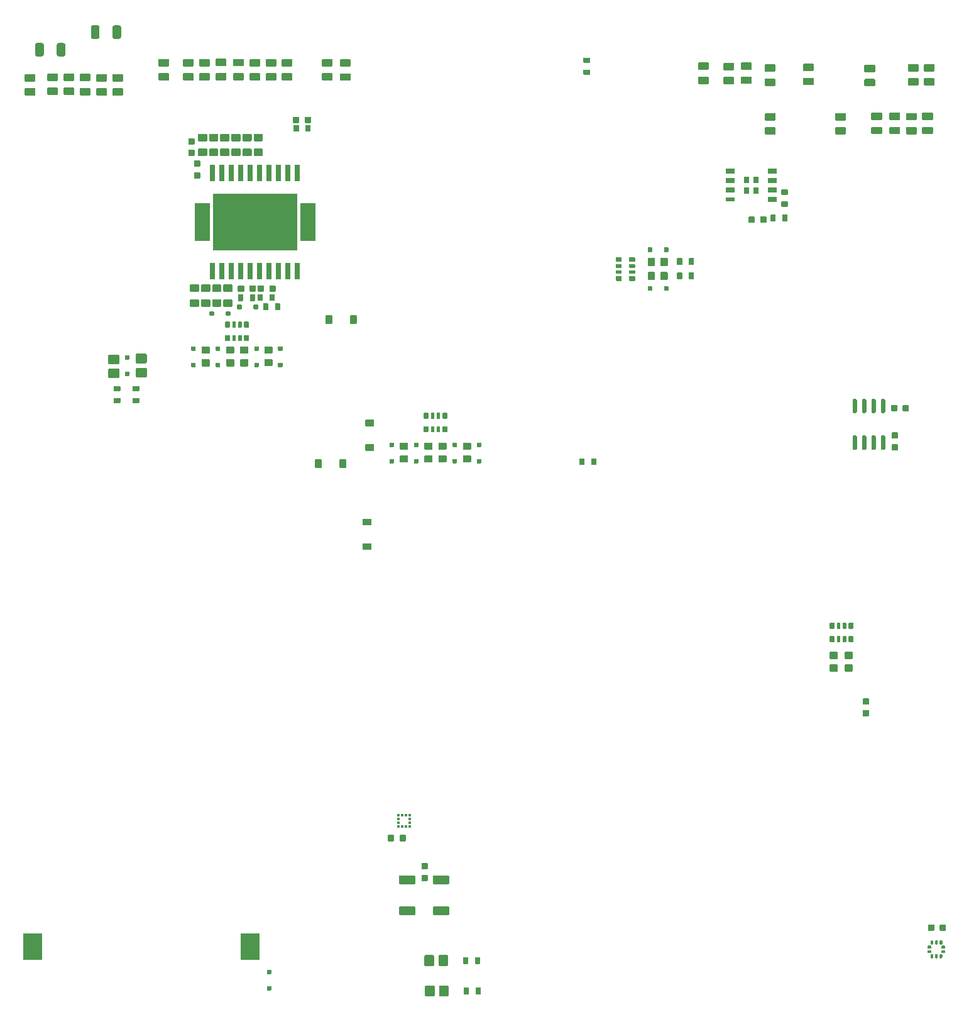
<source format=gtp>
G04 #@! TF.GenerationSoftware,KiCad,Pcbnew,(6.0.1)*
G04 #@! TF.CreationDate,2022-03-17T22:49:27+02:00*
G04 #@! TF.ProjectId,hellen64_NB1,68656c6c-656e-4363-945f-4e42312e6b69,b*
G04 #@! TF.SameCoordinates,PX141ef50PYa2cc1bc*
G04 #@! TF.FileFunction,Paste,Top*
G04 #@! TF.FilePolarity,Positive*
%FSLAX46Y46*%
G04 Gerber Fmt 4.6, Leading zero omitted, Abs format (unit mm)*
G04 Created by KiCad (PCBNEW (6.0.1)) date 2022-03-17 22:49:27*
%MOMM*%
%LPD*%
G01*
G04 APERTURE LIST*
%ADD10R,1.310000X0.650000*%
%ADD11R,1.310000X0.600000*%
%ADD12R,0.795000X0.900000*%
%ADD13O,0.000001X0.000001*%
%ADD14R,0.375000X0.350000*%
%ADD15R,0.350000X0.375000*%
%ADD16R,2.600000X3.600000*%
%ADD17R,0.800000X2.200000*%
%ADD18R,2.032000X5.080000*%
%ADD19R,11.430000X7.620000*%
G04 APERTURE END LIST*
D10*
G04 #@! TO.C,U6*
X107716679Y116085326D03*
X107716679Y114815326D03*
X107716679Y113545326D03*
D11*
X107716679Y112275326D03*
D10*
X113406679Y112275326D03*
X113406679Y113545326D03*
X113406679Y114815326D03*
X113406679Y116085326D03*
D12*
X109899179Y114930326D03*
X109899179Y113430326D03*
X111224179Y113430326D03*
X111224179Y114930326D03*
G04 #@! TD*
G04 #@! TO.C,R41*
G36*
G01*
X114661680Y112005340D02*
X115441680Y112005340D01*
G75*
G02*
X115511680Y111935340I0J-70000D01*
G01*
X115511680Y111375340D01*
G75*
G02*
X115441680Y111305340I-70000J0D01*
G01*
X114661680Y111305340D01*
G75*
G02*
X114591680Y111375340I0J70000D01*
G01*
X114591680Y111935340D01*
G75*
G02*
X114661680Y112005340I70000J0D01*
G01*
G37*
G36*
G01*
X114661680Y113605340D02*
X115441680Y113605340D01*
G75*
G02*
X115511680Y113535340I0J-70000D01*
G01*
X115511680Y112975340D01*
G75*
G02*
X115441680Y112905340I-70000J0D01*
G01*
X114661680Y112905340D01*
G75*
G02*
X114591680Y112975340I0J70000D01*
G01*
X114591680Y113535340D01*
G75*
G02*
X114661680Y113605340I70000J0D01*
G01*
G37*
G04 #@! TD*
G04 #@! TO.C,C22*
G36*
G01*
X111036679Y109895340D02*
X111036679Y109215340D01*
G75*
G02*
X110951679Y109130340I-85000J0D01*
G01*
X110271679Y109130340D01*
G75*
G02*
X110186679Y109215340I0J85000D01*
G01*
X110186679Y109895340D01*
G75*
G02*
X110271679Y109980340I85000J0D01*
G01*
X110951679Y109980340D01*
G75*
G02*
X111036679Y109895340I0J-85000D01*
G01*
G37*
G36*
G01*
X112616681Y109895340D02*
X112616681Y109215340D01*
G75*
G02*
X112531681Y109130340I-85000J0D01*
G01*
X111851681Y109130340D01*
G75*
G02*
X111766681Y109215340I0J85000D01*
G01*
X111766681Y109895340D01*
G75*
G02*
X111851681Y109980340I85000J0D01*
G01*
X112531681Y109980340D01*
G75*
G02*
X112616681Y109895340I0J-85000D01*
G01*
G37*
G04 #@! TD*
G04 #@! TO.C,S1*
G36*
G01*
X63221680Y21305341D02*
X65181680Y21305341D01*
G75*
G02*
X65301680Y21185341I0J-120000D01*
G01*
X65301680Y20225341D01*
G75*
G02*
X65181680Y20105341I-120000J0D01*
G01*
X63221680Y20105341D01*
G75*
G02*
X63101680Y20225341I0J120000D01*
G01*
X63101680Y21185341D01*
G75*
G02*
X63221680Y21305341I120000J0D01*
G01*
G37*
G36*
G01*
X63221680Y17105340D02*
X65181680Y17105340D01*
G75*
G02*
X65301680Y16985340I0J-120000D01*
G01*
X65301680Y16025340D01*
G75*
G02*
X65181680Y15905340I-120000J0D01*
G01*
X63221680Y15905340D01*
G75*
G02*
X63101680Y16025340I0J120000D01*
G01*
X63101680Y16985340D01*
G75*
G02*
X63221680Y17105340I120000J0D01*
G01*
G37*
G04 #@! TD*
G04 #@! TO.C,S2*
G36*
G01*
X67796680Y21305341D02*
X69756680Y21305341D01*
G75*
G02*
X69876680Y21185341I0J-120000D01*
G01*
X69876680Y20225341D01*
G75*
G02*
X69756680Y20105341I-120000J0D01*
G01*
X67796680Y20105341D01*
G75*
G02*
X67676680Y20225341I0J120000D01*
G01*
X67676680Y21185341D01*
G75*
G02*
X67796680Y21305341I120000J0D01*
G01*
G37*
G36*
G01*
X67796680Y17105340D02*
X69756680Y17105340D01*
G75*
G02*
X69876680Y16985340I0J-120000D01*
G01*
X69876680Y16025340D01*
G75*
G02*
X69756680Y15905340I-120000J0D01*
G01*
X67796680Y15905340D01*
G75*
G02*
X67676680Y16025340I0J120000D01*
G01*
X67676680Y16985340D01*
G75*
G02*
X67796680Y17105340I120000J0D01*
G01*
G37*
G04 #@! TD*
D13*
G04 #@! TO.C,M4*
X82988541Y4570030D03*
X82218547Y19395047D03*
X89968539Y5845064D03*
G04 #@! TD*
G04 #@! TO.C,R8*
G36*
G01*
X128075000Y121049999D02*
X126825000Y121049999D01*
G75*
G02*
X126725000Y121149999I0J100000D01*
G01*
X126725000Y121949999D01*
G75*
G02*
X126825000Y122049999I100000J0D01*
G01*
X128075000Y122049999D01*
G75*
G02*
X128175000Y121949999I0J-100000D01*
G01*
X128175000Y121149999D01*
G75*
G02*
X128075000Y121049999I-100000J0D01*
G01*
G37*
G36*
G01*
X128075000Y122950021D02*
X126825000Y122950021D01*
G75*
G02*
X126725000Y123050021I0J100000D01*
G01*
X126725000Y123850021D01*
G75*
G02*
X126825000Y123950021I100000J0D01*
G01*
X128075000Y123950021D01*
G75*
G02*
X128175000Y123850021I0J-100000D01*
G01*
X128175000Y123050021D01*
G75*
G02*
X128075000Y122950021I-100000J0D01*
G01*
G37*
G04 #@! TD*
G04 #@! TO.C,R32*
G36*
G01*
X48649428Y128280339D02*
X47399428Y128280339D01*
G75*
G02*
X47299428Y128380339I0J100000D01*
G01*
X47299428Y129180339D01*
G75*
G02*
X47399428Y129280339I100000J0D01*
G01*
X48649428Y129280339D01*
G75*
G02*
X48749428Y129180339I0J-100000D01*
G01*
X48749428Y128380339D01*
G75*
G02*
X48649428Y128280339I-100000J0D01*
G01*
G37*
G36*
G01*
X48649428Y130180361D02*
X47399428Y130180361D01*
G75*
G02*
X47299428Y130280361I0J100000D01*
G01*
X47299428Y131080361D01*
G75*
G02*
X47399428Y131180361I100000J0D01*
G01*
X48649428Y131180361D01*
G75*
G02*
X48749428Y131080361I0J-100000D01*
G01*
X48749428Y130280361D01*
G75*
G02*
X48649428Y130180361I-100000J0D01*
G01*
G37*
G04 #@! TD*
G04 #@! TO.C,R2*
G36*
G01*
X24710000Y87162500D02*
X25490000Y87162500D01*
G75*
G02*
X25560000Y87092500I0J-70000D01*
G01*
X25560000Y86532500D01*
G75*
G02*
X25490000Y86462500I-70000J0D01*
G01*
X24710000Y86462500D01*
G75*
G02*
X24640000Y86532500I0J70000D01*
G01*
X24640000Y87092500D01*
G75*
G02*
X24710000Y87162500I70000J0D01*
G01*
G37*
G36*
G01*
X24710000Y85562500D02*
X25490000Y85562500D01*
G75*
G02*
X25560000Y85492500I0J-70000D01*
G01*
X25560000Y84932500D01*
G75*
G02*
X25490000Y84862500I-70000J0D01*
G01*
X24710000Y84862500D01*
G75*
G02*
X24640000Y84932500I0J70000D01*
G01*
X24640000Y85492500D01*
G75*
G02*
X24710000Y85562500I70000J0D01*
G01*
G37*
G04 #@! TD*
G04 #@! TO.C,R4*
G36*
G01*
X113151680Y109390340D02*
X113151680Y110170340D01*
G75*
G02*
X113221680Y110240340I70000J0D01*
G01*
X113781680Y110240340D01*
G75*
G02*
X113851680Y110170340I0J-70000D01*
G01*
X113851680Y109390340D01*
G75*
G02*
X113781680Y109320340I-70000J0D01*
G01*
X113221680Y109320340D01*
G75*
G02*
X113151680Y109390340I0J70000D01*
G01*
G37*
G36*
G01*
X114751680Y109390340D02*
X114751680Y110170340D01*
G75*
G02*
X114821680Y110240340I70000J0D01*
G01*
X115381680Y110240340D01*
G75*
G02*
X115451680Y110170340I0J-70000D01*
G01*
X115451680Y109390340D01*
G75*
G02*
X115381680Y109320340I-70000J0D01*
G01*
X114821680Y109320340D01*
G75*
G02*
X114751680Y109390340I0J70000D01*
G01*
G37*
G04 #@! TD*
G04 #@! TO.C,C3*
G36*
G01*
X61596678Y25965340D02*
X61596678Y26645340D01*
G75*
G02*
X61681678Y26730340I85000J0D01*
G01*
X62361678Y26730340D01*
G75*
G02*
X62446678Y26645340I0J-85000D01*
G01*
X62446678Y25965340D01*
G75*
G02*
X62361678Y25880340I-85000J0D01*
G01*
X61681678Y25880340D01*
G75*
G02*
X61596678Y25965340I0J85000D01*
G01*
G37*
G36*
G01*
X63176680Y25965340D02*
X63176680Y26645340D01*
G75*
G02*
X63261680Y26730340I85000J0D01*
G01*
X63941680Y26730340D01*
G75*
G02*
X64026680Y26645340I0J-85000D01*
G01*
X64026680Y25965340D01*
G75*
G02*
X63941680Y25880340I-85000J0D01*
G01*
X63261680Y25880340D01*
G75*
G02*
X63176680Y25965340I0J85000D01*
G01*
G37*
G04 #@! TD*
G04 #@! TO.C,R9*
G36*
G01*
X44026680Y98690340D02*
X44026680Y99470340D01*
G75*
G02*
X44096680Y99540340I70000J0D01*
G01*
X44656680Y99540340D01*
G75*
G02*
X44726680Y99470340I0J-70000D01*
G01*
X44726680Y98690340D01*
G75*
G02*
X44656680Y98620340I-70000J0D01*
G01*
X44096680Y98620340D01*
G75*
G02*
X44026680Y98690340I0J70000D01*
G01*
G37*
G36*
G01*
X45626680Y98690340D02*
X45626680Y99470340D01*
G75*
G02*
X45696680Y99540340I70000J0D01*
G01*
X46256680Y99540340D01*
G75*
G02*
X46326680Y99470340I0J-70000D01*
G01*
X46326680Y98690340D01*
G75*
G02*
X46256680Y98620340I-70000J0D01*
G01*
X45696680Y98620340D01*
G75*
G02*
X45626680Y98690340I0J70000D01*
G01*
G37*
G04 #@! TD*
G04 #@! TO.C,R21*
G36*
G01*
X56501680Y128255318D02*
X55251680Y128255318D01*
G75*
G02*
X55151680Y128355318I0J100000D01*
G01*
X55151680Y129155318D01*
G75*
G02*
X55251680Y129255318I100000J0D01*
G01*
X56501680Y129255318D01*
G75*
G02*
X56601680Y129155318I0J-100000D01*
G01*
X56601680Y128355318D01*
G75*
G02*
X56501680Y128255318I-100000J0D01*
G01*
G37*
G36*
G01*
X56501680Y130155340D02*
X55251680Y130155340D01*
G75*
G02*
X55151680Y130255340I0J100000D01*
G01*
X55151680Y131055340D01*
G75*
G02*
X55251680Y131155340I100000J0D01*
G01*
X56501680Y131155340D01*
G75*
G02*
X56601680Y131055340I0J-100000D01*
G01*
X56601680Y130255340D01*
G75*
G02*
X56501680Y130155340I-100000J0D01*
G01*
G37*
G04 #@! TD*
G04 #@! TO.C,M5*
X57244999Y68321715D03*
G04 #@! TD*
G04 #@! TO.C,R36*
G36*
G01*
X32026680Y128280339D02*
X30776680Y128280339D01*
G75*
G02*
X30676680Y128380339I0J100000D01*
G01*
X30676680Y129180339D01*
G75*
G02*
X30776680Y129280339I100000J0D01*
G01*
X32026680Y129280339D01*
G75*
G02*
X32126680Y129180339I0J-100000D01*
G01*
X32126680Y128380339D01*
G75*
G02*
X32026680Y128280339I-100000J0D01*
G01*
G37*
G36*
G01*
X32026680Y130180361D02*
X30776680Y130180361D01*
G75*
G02*
X30676680Y130280361I0J100000D01*
G01*
X30676680Y131080361D01*
G75*
G02*
X30776680Y131180361I100000J0D01*
G01*
X32026680Y131180361D01*
G75*
G02*
X32126680Y131080361I0J-100000D01*
G01*
X32126680Y130280361D01*
G75*
G02*
X32026680Y130180361I-100000J0D01*
G01*
G37*
G04 #@! TD*
G04 #@! TO.C,D1*
G36*
G01*
X67906019Y6350340D02*
X67906019Y5110340D01*
G75*
G02*
X67776019Y4980340I-130000J0D01*
G01*
X66736019Y4980340D01*
G75*
G02*
X66606019Y5110340I0J130000D01*
G01*
X66606019Y6350340D01*
G75*
G02*
X66736019Y6480340I130000J0D01*
G01*
X67776019Y6480340D01*
G75*
G02*
X67906019Y6350340I0J-130000D01*
G01*
G37*
G36*
G01*
X69806040Y6350340D02*
X69806040Y5110340D01*
G75*
G02*
X69676040Y4980340I-130000J0D01*
G01*
X68636040Y4980340D01*
G75*
G02*
X68506040Y5110340I0J130000D01*
G01*
X68506040Y6350340D01*
G75*
G02*
X68636040Y6480340I130000J0D01*
G01*
X69676040Y6480340D01*
G75*
G02*
X69806040Y6350340I0J-130000D01*
G01*
G37*
G04 #@! TD*
G04 #@! TO.C,R48*
G36*
G01*
X113701680Y127555318D02*
X112451680Y127555318D01*
G75*
G02*
X112351680Y127655318I0J100000D01*
G01*
X112351680Y128455318D01*
G75*
G02*
X112451680Y128555318I100000J0D01*
G01*
X113701680Y128555318D01*
G75*
G02*
X113801680Y128455318I0J-100000D01*
G01*
X113801680Y127655318D01*
G75*
G02*
X113701680Y127555318I-100000J0D01*
G01*
G37*
G36*
G01*
X113701680Y129455340D02*
X112451680Y129455340D01*
G75*
G02*
X112351680Y129555340I0J100000D01*
G01*
X112351680Y130355340D01*
G75*
G02*
X112451680Y130455340I100000J0D01*
G01*
X113701680Y130455340D01*
G75*
G02*
X113801680Y130355340I0J-100000D01*
G01*
X113801680Y129555340D01*
G75*
G02*
X113701680Y129455340I-100000J0D01*
G01*
G37*
G04 #@! TD*
G04 #@! TO.C,D15*
G36*
G01*
X62411889Y79496090D02*
X62411889Y79016090D01*
G75*
G02*
X62351889Y78956090I-60000J0D01*
G01*
X61871889Y78956090D01*
G75*
G02*
X61811889Y79016090I0J60000D01*
G01*
X61811889Y79496090D01*
G75*
G02*
X61871889Y79556090I60000J0D01*
G01*
X62351889Y79556090D01*
G75*
G02*
X62411889Y79496090I0J-60000D01*
G01*
G37*
G36*
G01*
X62411889Y77296090D02*
X62411889Y76816090D01*
G75*
G02*
X62351889Y76756090I-60000J0D01*
G01*
X61871889Y76756090D01*
G75*
G02*
X61811889Y76816090I0J60000D01*
G01*
X61811889Y77296090D01*
G75*
G02*
X61871889Y77356090I60000J0D01*
G01*
X62351889Y77356090D01*
G75*
G02*
X62411889Y77296090I0J-60000D01*
G01*
G37*
G04 #@! TD*
G04 #@! TO.C,C7*
G36*
G01*
X34790197Y120526785D02*
X35470197Y120526785D01*
G75*
G02*
X35555197Y120441785I0J-85000D01*
G01*
X35555197Y119761785D01*
G75*
G02*
X35470197Y119676785I-85000J0D01*
G01*
X34790197Y119676785D01*
G75*
G02*
X34705197Y119761785I0J85000D01*
G01*
X34705197Y120441785D01*
G75*
G02*
X34790197Y120526785I85000J0D01*
G01*
G37*
G36*
G01*
X34790197Y118946783D02*
X35470197Y118946783D01*
G75*
G02*
X35555197Y118861783I0J-85000D01*
G01*
X35555197Y118181783D01*
G75*
G02*
X35470197Y118096783I-85000J0D01*
G01*
X34790197Y118096783D01*
G75*
G02*
X34705197Y118181783I0J85000D01*
G01*
X34705197Y118861783D01*
G75*
G02*
X34790197Y118946783I85000J0D01*
G01*
G37*
G04 #@! TD*
G04 #@! TO.C,C1*
G36*
G01*
X66211680Y22945341D02*
X66891680Y22945341D01*
G75*
G02*
X66976680Y22860341I0J-85000D01*
G01*
X66976680Y22180341D01*
G75*
G02*
X66891680Y22095341I-85000J0D01*
G01*
X66211680Y22095341D01*
G75*
G02*
X66126680Y22180341I0J85000D01*
G01*
X66126680Y22860341D01*
G75*
G02*
X66211680Y22945341I85000J0D01*
G01*
G37*
G36*
G01*
X66211680Y21365339D02*
X66891680Y21365339D01*
G75*
G02*
X66976680Y21280339I0J-85000D01*
G01*
X66976680Y20600339D01*
G75*
G02*
X66891680Y20515339I-85000J0D01*
G01*
X66211680Y20515339D01*
G75*
G02*
X66126680Y20600339I0J85000D01*
G01*
X66126680Y21280339D01*
G75*
G02*
X66211680Y21365339I85000J0D01*
G01*
G37*
G04 #@! TD*
G04 #@! TO.C,D6*
G36*
G01*
X71811891Y79556089D02*
X72711891Y79556089D01*
G75*
G02*
X72811891Y79456089I0J-100000D01*
G01*
X72811891Y78656089D01*
G75*
G02*
X72711891Y78556089I-100000J0D01*
G01*
X71811891Y78556089D01*
G75*
G02*
X71711891Y78656089I0J100000D01*
G01*
X71711891Y79456089D01*
G75*
G02*
X71811891Y79556089I100000J0D01*
G01*
G37*
G36*
G01*
X71811891Y77856089D02*
X72711891Y77856089D01*
G75*
G02*
X72811891Y77756089I0J-100000D01*
G01*
X72811891Y76956089D01*
G75*
G02*
X72711891Y76856089I-100000J0D01*
G01*
X71811891Y76856089D01*
G75*
G02*
X71711891Y76956089I0J100000D01*
G01*
X71711891Y77756089D01*
G75*
G02*
X71811891Y77856089I100000J0D01*
G01*
G37*
G04 #@! TD*
G04 #@! TO.C,C4*
G36*
G01*
X131806682Y84545340D02*
X131806682Y83865340D01*
G75*
G02*
X131721682Y83780340I-85000J0D01*
G01*
X131041682Y83780340D01*
G75*
G02*
X130956682Y83865340I0J85000D01*
G01*
X130956682Y84545340D01*
G75*
G02*
X131041682Y84630340I85000J0D01*
G01*
X131721682Y84630340D01*
G75*
G02*
X131806682Y84545340I0J-85000D01*
G01*
G37*
G36*
G01*
X130226680Y84545340D02*
X130226680Y83865340D01*
G75*
G02*
X130141680Y83780340I-85000J0D01*
G01*
X129461680Y83780340D01*
G75*
G02*
X129376680Y83865340I0J85000D01*
G01*
X129376680Y84545340D01*
G75*
G02*
X129461680Y84630340I85000J0D01*
G01*
X130141680Y84630340D01*
G75*
G02*
X130226680Y84545340I0J-85000D01*
G01*
G37*
G04 #@! TD*
G04 #@! TO.C,R24*
G36*
G01*
X113751680Y121005339D02*
X112501680Y121005339D01*
G75*
G02*
X112401680Y121105339I0J100000D01*
G01*
X112401680Y121905339D01*
G75*
G02*
X112501680Y122005339I100000J0D01*
G01*
X113751680Y122005339D01*
G75*
G02*
X113851680Y121905339I0J-100000D01*
G01*
X113851680Y121105339D01*
G75*
G02*
X113751680Y121005339I-100000J0D01*
G01*
G37*
G36*
G01*
X113751680Y122905361D02*
X112501680Y122905361D01*
G75*
G02*
X112401680Y123005361I0J100000D01*
G01*
X112401680Y123805361D01*
G75*
G02*
X112501680Y123905361I100000J0D01*
G01*
X113751680Y123905361D01*
G75*
G02*
X113851680Y123805361I0J-100000D01*
G01*
X113851680Y123005361D01*
G75*
G02*
X113751680Y122905361I-100000J0D01*
G01*
G37*
G04 #@! TD*
G04 #@! TO.C,D28*
G36*
G01*
X55996680Y77215340D02*
X55996680Y76195340D01*
G75*
G02*
X55906680Y76105340I-90000J0D01*
G01*
X55186680Y76105340D01*
G75*
G02*
X55096680Y76195340I0J90000D01*
G01*
X55096680Y77215340D01*
G75*
G02*
X55186680Y77305340I90000J0D01*
G01*
X55906680Y77305340D01*
G75*
G02*
X55996680Y77215340I0J-90000D01*
G01*
G37*
G36*
G01*
X52696680Y77215340D02*
X52696680Y76195340D01*
G75*
G02*
X52606680Y76105340I-90000J0D01*
G01*
X51886680Y76105340D01*
G75*
G02*
X51796680Y76195340I0J90000D01*
G01*
X51796680Y77215340D01*
G75*
G02*
X51886680Y77305340I90000J0D01*
G01*
X52606680Y77305340D01*
G75*
G02*
X52696680Y77215340I0J-90000D01*
G01*
G37*
G04 #@! TD*
G04 #@! TO.C,R33*
G36*
G01*
X44326680Y128280339D02*
X43076680Y128280339D01*
G75*
G02*
X42976680Y128380339I0J100000D01*
G01*
X42976680Y129180339D01*
G75*
G02*
X43076680Y129280339I100000J0D01*
G01*
X44326680Y129280339D01*
G75*
G02*
X44426680Y129180339I0J-100000D01*
G01*
X44426680Y128380339D01*
G75*
G02*
X44326680Y128280339I-100000J0D01*
G01*
G37*
G36*
G01*
X44326680Y130180361D02*
X43076680Y130180361D01*
G75*
G02*
X42976680Y130280361I0J100000D01*
G01*
X42976680Y131080361D01*
G75*
G02*
X43076680Y131180361I100000J0D01*
G01*
X44326680Y131180361D01*
G75*
G02*
X44426680Y131080361I0J-100000D01*
G01*
X44426680Y130280361D01*
G75*
G02*
X44326680Y130180361I-100000J0D01*
G01*
G37*
G04 #@! TD*
G04 #@! TO.C,D12*
G36*
G01*
X74199386Y79494591D02*
X74199386Y79014591D01*
G75*
G02*
X74139386Y78954591I-60000J0D01*
G01*
X73659386Y78954591D01*
G75*
G02*
X73599386Y79014591I0J60000D01*
G01*
X73599386Y79494591D01*
G75*
G02*
X73659386Y79554591I60000J0D01*
G01*
X74139386Y79554591D01*
G75*
G02*
X74199386Y79494591I0J-60000D01*
G01*
G37*
G36*
G01*
X74199386Y77294591D02*
X74199386Y76814591D01*
G75*
G02*
X74139386Y76754591I-60000J0D01*
G01*
X73659386Y76754591D01*
G75*
G02*
X73599386Y76814591I0J60000D01*
G01*
X73599386Y77294591D01*
G75*
G02*
X73659386Y77354591I60000J0D01*
G01*
X74139386Y77354591D01*
G75*
G02*
X74199386Y77294591I0J-60000D01*
G01*
G37*
G04 #@! TD*
G04 #@! TO.C,R42*
G36*
G01*
X14016221Y126259437D02*
X12766221Y126259437D01*
G75*
G02*
X12666221Y126359437I0J100000D01*
G01*
X12666221Y127159437D01*
G75*
G02*
X12766221Y127259437I100000J0D01*
G01*
X14016221Y127259437D01*
G75*
G02*
X14116221Y127159437I0J-100000D01*
G01*
X14116221Y126359437D01*
G75*
G02*
X14016221Y126259437I-100000J0D01*
G01*
G37*
G36*
G01*
X14016221Y128159459D02*
X12766221Y128159459D01*
G75*
G02*
X12666221Y128259459I0J100000D01*
G01*
X12666221Y129059459D01*
G75*
G02*
X12766221Y129159459I100000J0D01*
G01*
X14016221Y129159459D01*
G75*
G02*
X14116221Y129059459I0J-100000D01*
G01*
X14116221Y128259459D01*
G75*
G02*
X14016221Y128159459I-100000J0D01*
G01*
G37*
G04 #@! TD*
G04 #@! TO.C,D22*
G36*
G01*
X38989177Y92443841D02*
X38989177Y91963841D01*
G75*
G02*
X38929177Y91903841I-60000J0D01*
G01*
X38449177Y91903841D01*
G75*
G02*
X38389177Y91963841I0J60000D01*
G01*
X38389177Y92443841D01*
G75*
G02*
X38449177Y92503841I60000J0D01*
G01*
X38929177Y92503841D01*
G75*
G02*
X38989177Y92443841I0J-60000D01*
G01*
G37*
G36*
G01*
X38989177Y90243841D02*
X38989177Y89763841D01*
G75*
G02*
X38929177Y89703841I-60000J0D01*
G01*
X38449177Y89703841D01*
G75*
G02*
X38389177Y89763841I0J60000D01*
G01*
X38389177Y90243841D01*
G75*
G02*
X38449177Y90303841I60000J0D01*
G01*
X38929177Y90303841D01*
G75*
G02*
X38989177Y90243841I0J-60000D01*
G01*
G37*
G04 #@! TD*
G04 #@! TO.C,D11*
G36*
G01*
X28995000Y90212521D02*
X27755000Y90212521D01*
G75*
G02*
X27625000Y90342521I0J130000D01*
G01*
X27625000Y91382521D01*
G75*
G02*
X27755000Y91512521I130000J0D01*
G01*
X28995000Y91512521D01*
G75*
G02*
X29125000Y91382521I0J-130000D01*
G01*
X29125000Y90342521D01*
G75*
G02*
X28995000Y90212521I-130000J0D01*
G01*
G37*
G36*
G01*
X28995000Y88312500D02*
X27755000Y88312500D01*
G75*
G02*
X27625000Y88442500I0J130000D01*
G01*
X27625000Y89482500D01*
G75*
G02*
X27755000Y89612500I130000J0D01*
G01*
X28995000Y89612500D01*
G75*
G02*
X29125000Y89482500I0J-130000D01*
G01*
X29125000Y88442500D01*
G75*
G02*
X28995000Y88312500I-130000J0D01*
G01*
G37*
G04 #@! TD*
G04 #@! TO.C,C17*
G36*
G01*
X39526680Y100830340D02*
X40576680Y100830340D01*
G75*
G02*
X40676680Y100730340I0J-100000D01*
G01*
X40676680Y99930340D01*
G75*
G02*
X40576680Y99830340I-100000J0D01*
G01*
X39526680Y99830340D01*
G75*
G02*
X39426680Y99930340I0J100000D01*
G01*
X39426680Y100730340D01*
G75*
G02*
X39526680Y100830340I100000J0D01*
G01*
G37*
G36*
G01*
X39526680Y98830340D02*
X40576680Y98830340D01*
G75*
G02*
X40676680Y98730340I0J-100000D01*
G01*
X40676680Y97930340D01*
G75*
G02*
X40576680Y97830340I-100000J0D01*
G01*
X39526680Y97830340D01*
G75*
G02*
X39426680Y97930340I0J100000D01*
G01*
X39426680Y98730340D01*
G75*
G02*
X39526680Y98830340I100000J0D01*
G01*
G37*
G04 #@! TD*
G04 #@! TO.C,R11*
G36*
G01*
X88011680Y131355340D02*
X88791680Y131355340D01*
G75*
G02*
X88861680Y131285340I0J-70000D01*
G01*
X88861680Y130725340D01*
G75*
G02*
X88791680Y130655340I-70000J0D01*
G01*
X88011680Y130655340D01*
G75*
G02*
X87941680Y130725340I0J70000D01*
G01*
X87941680Y131285340D01*
G75*
G02*
X88011680Y131355340I70000J0D01*
G01*
G37*
G36*
G01*
X88011680Y129755340D02*
X88791680Y129755340D01*
G75*
G02*
X88861680Y129685340I0J-70000D01*
G01*
X88861680Y129125340D01*
G75*
G02*
X88791680Y129055340I-70000J0D01*
G01*
X88011680Y129055340D01*
G75*
G02*
X87941680Y129125340I0J70000D01*
G01*
X87941680Y129685340D01*
G75*
G02*
X88011680Y129755340I70000J0D01*
G01*
G37*
G04 #@! TD*
G04 #@! TO.C,R6*
G36*
G01*
X69611889Y83491090D02*
X69611889Y82821090D01*
G75*
G02*
X69546889Y82756090I-65000J0D01*
G01*
X69026889Y82756090D01*
G75*
G02*
X68961889Y82821090I0J65000D01*
G01*
X68961889Y83491090D01*
G75*
G02*
X69026889Y83556090I65000J0D01*
G01*
X69546889Y83556090D01*
G75*
G02*
X69611889Y83491090I0J-65000D01*
G01*
G37*
G36*
G01*
X68636889Y83511090D02*
X68636889Y82801090D01*
G75*
G02*
X68591889Y82756090I-45000J0D01*
G01*
X68231889Y82756090D01*
G75*
G02*
X68186889Y82801090I0J45000D01*
G01*
X68186889Y83511090D01*
G75*
G02*
X68231889Y83556090I45000J0D01*
G01*
X68591889Y83556090D01*
G75*
G02*
X68636889Y83511090I0J-45000D01*
G01*
G37*
G36*
G01*
X67836889Y83511090D02*
X67836889Y82801090D01*
G75*
G02*
X67791889Y82756090I-45000J0D01*
G01*
X67431889Y82756090D01*
G75*
G02*
X67386889Y82801090I0J45000D01*
G01*
X67386889Y83511090D01*
G75*
G02*
X67431889Y83556090I45000J0D01*
G01*
X67791889Y83556090D01*
G75*
G02*
X67836889Y83511090I0J-45000D01*
G01*
G37*
G36*
G01*
X67061889Y83491090D02*
X67061889Y82821090D01*
G75*
G02*
X66996889Y82756090I-65000J0D01*
G01*
X66476889Y82756090D01*
G75*
G02*
X66411889Y82821090I0J65000D01*
G01*
X66411889Y83491090D01*
G75*
G02*
X66476889Y83556090I65000J0D01*
G01*
X66996889Y83556090D01*
G75*
G02*
X67061889Y83491090I0J-65000D01*
G01*
G37*
G36*
G01*
X67061889Y81691090D02*
X67061889Y81021090D01*
G75*
G02*
X66996889Y80956090I-65000J0D01*
G01*
X66476889Y80956090D01*
G75*
G02*
X66411889Y81021090I0J65000D01*
G01*
X66411889Y81691090D01*
G75*
G02*
X66476889Y81756090I65000J0D01*
G01*
X66996889Y81756090D01*
G75*
G02*
X67061889Y81691090I0J-65000D01*
G01*
G37*
G36*
G01*
X67836889Y81711090D02*
X67836889Y81001090D01*
G75*
G02*
X67791889Y80956090I-45000J0D01*
G01*
X67431889Y80956090D01*
G75*
G02*
X67386889Y81001090I0J45000D01*
G01*
X67386889Y81711090D01*
G75*
G02*
X67431889Y81756090I45000J0D01*
G01*
X67791889Y81756090D01*
G75*
G02*
X67836889Y81711090I0J-45000D01*
G01*
G37*
G36*
G01*
X68636889Y81711090D02*
X68636889Y81001090D01*
G75*
G02*
X68591889Y80956090I-45000J0D01*
G01*
X68231889Y80956090D01*
G75*
G02*
X68186889Y81001090I0J45000D01*
G01*
X68186889Y81711090D01*
G75*
G02*
X68231889Y81756090I45000J0D01*
G01*
X68591889Y81756090D01*
G75*
G02*
X68636889Y81711090I0J-45000D01*
G01*
G37*
G36*
G01*
X69611889Y81691090D02*
X69611889Y81021090D01*
G75*
G02*
X69546889Y80956090I-65000J0D01*
G01*
X69026889Y80956090D01*
G75*
G02*
X68961889Y81021090I0J65000D01*
G01*
X68961889Y81691090D01*
G75*
G02*
X69026889Y81756090I65000J0D01*
G01*
X69546889Y81756090D01*
G75*
G02*
X69611889Y81691090I0J-65000D01*
G01*
G37*
G04 #@! TD*
G04 #@! TO.C,R43*
G36*
G01*
X54051680Y128280339D02*
X52801680Y128280339D01*
G75*
G02*
X52701680Y128380339I0J100000D01*
G01*
X52701680Y129180339D01*
G75*
G02*
X52801680Y129280339I100000J0D01*
G01*
X54051680Y129280339D01*
G75*
G02*
X54151680Y129180339I0J-100000D01*
G01*
X54151680Y128380339D01*
G75*
G02*
X54051680Y128280339I-100000J0D01*
G01*
G37*
G36*
G01*
X54051680Y130180361D02*
X52801680Y130180361D01*
G75*
G02*
X52701680Y130280361I0J100000D01*
G01*
X52701680Y131080361D01*
G75*
G02*
X52801680Y131180361I100000J0D01*
G01*
X54051680Y131180361D01*
G75*
G02*
X54151680Y131080361I0J-100000D01*
G01*
X54151680Y130280361D01*
G75*
G02*
X54051680Y130180361I-100000J0D01*
G01*
G37*
G04 #@! TD*
G04 #@! TO.C,D30*
G36*
G01*
X96662380Y100599897D02*
X97142380Y100599897D01*
G75*
G02*
X97202380Y100539897I0J-60000D01*
G01*
X97202380Y100059897D01*
G75*
G02*
X97142380Y99999897I-60000J0D01*
G01*
X96662380Y99999897D01*
G75*
G02*
X96602380Y100059897I0J60000D01*
G01*
X96602380Y100539897D01*
G75*
G02*
X96662380Y100599897I60000J0D01*
G01*
G37*
G36*
G01*
X98862380Y100599897D02*
X99342380Y100599897D01*
G75*
G02*
X99402380Y100539897I0J-60000D01*
G01*
X99402380Y100059897D01*
G75*
G02*
X99342380Y99999897I-60000J0D01*
G01*
X98862380Y99999897D01*
G75*
G02*
X98802380Y100059897I0J60000D01*
G01*
X98802380Y100539897D01*
G75*
G02*
X98862380Y100599897I60000J0D01*
G01*
G37*
G04 #@! TD*
G04 #@! TO.C,M8*
X58359046Y98199900D03*
G04 #@! TD*
G04 #@! TO.C,R17*
G36*
G01*
X131751680Y130496041D02*
X133001680Y130496041D01*
G75*
G02*
X133101680Y130396041I0J-100000D01*
G01*
X133101680Y129596041D01*
G75*
G02*
X133001680Y129496041I-100000J0D01*
G01*
X131751680Y129496041D01*
G75*
G02*
X131651680Y129596041I0J100000D01*
G01*
X131651680Y130396041D01*
G75*
G02*
X131751680Y130496041I100000J0D01*
G01*
G37*
G36*
G01*
X131751680Y128596019D02*
X133001680Y128596019D01*
G75*
G02*
X133101680Y128496019I0J-100000D01*
G01*
X133101680Y127696019D01*
G75*
G02*
X133001680Y127596019I-100000J0D01*
G01*
X131751680Y127596019D01*
G75*
G02*
X131651680Y127696019I0J100000D01*
G01*
X131651680Y128496019D01*
G75*
G02*
X131751680Y128596019I100000J0D01*
G01*
G37*
G04 #@! TD*
G04 #@! TO.C,M13*
X104618539Y19553554D03*
G04 #@! TD*
G04 #@! TO.C,R40*
G36*
G01*
X23666221Y126254437D02*
X22416221Y126254437D01*
G75*
G02*
X22316221Y126354437I0J100000D01*
G01*
X22316221Y127154437D01*
G75*
G02*
X22416221Y127254437I100000J0D01*
G01*
X23666221Y127254437D01*
G75*
G02*
X23766221Y127154437I0J-100000D01*
G01*
X23766221Y126354437D01*
G75*
G02*
X23666221Y126254437I-100000J0D01*
G01*
G37*
G36*
G01*
X23666221Y128154459D02*
X22416221Y128154459D01*
G75*
G02*
X22316221Y128254459I0J100000D01*
G01*
X22316221Y129054459D01*
G75*
G02*
X22416221Y129154459I100000J0D01*
G01*
X23666221Y129154459D01*
G75*
G02*
X23766221Y129054459I0J-100000D01*
G01*
X23766221Y128254459D01*
G75*
G02*
X23666221Y128154459I-100000J0D01*
G01*
G37*
G04 #@! TD*
G04 #@! TO.C,D23*
G36*
G01*
X35701680Y92445340D02*
X35701680Y91965340D01*
G75*
G02*
X35641680Y91905340I-60000J0D01*
G01*
X35161680Y91905340D01*
G75*
G02*
X35101680Y91965340I0J60000D01*
G01*
X35101680Y92445340D01*
G75*
G02*
X35161680Y92505340I60000J0D01*
G01*
X35641680Y92505340D01*
G75*
G02*
X35701680Y92445340I0J-60000D01*
G01*
G37*
G36*
G01*
X35701680Y90245340D02*
X35701680Y89765340D01*
G75*
G02*
X35641680Y89705340I-60000J0D01*
G01*
X35161680Y89705340D01*
G75*
G02*
X35101680Y89765340I0J60000D01*
G01*
X35101680Y90245340D01*
G75*
G02*
X35161680Y90305340I60000J0D01*
G01*
X35641680Y90305340D01*
G75*
G02*
X35701680Y90245340I0J-60000D01*
G01*
G37*
G04 #@! TD*
G04 #@! TO.C,D26*
G36*
G01*
X96602381Y103412402D02*
X96602381Y104312402D01*
G75*
G02*
X96702381Y104412402I100000J0D01*
G01*
X97502381Y104412402D01*
G75*
G02*
X97602381Y104312402I0J-100000D01*
G01*
X97602381Y103412402D01*
G75*
G02*
X97502381Y103312402I-100000J0D01*
G01*
X96702381Y103312402D01*
G75*
G02*
X96602381Y103412402I0J100000D01*
G01*
G37*
G36*
G01*
X98302381Y103412402D02*
X98302381Y104312402D01*
G75*
G02*
X98402381Y104412402I100000J0D01*
G01*
X99202381Y104412402D01*
G75*
G02*
X99302381Y104312402I0J-100000D01*
G01*
X99302381Y103412402D01*
G75*
G02*
X99202381Y103312402I-100000J0D01*
G01*
X98402381Y103312402D01*
G75*
G02*
X98302381Y103412402I0J100000D01*
G01*
G37*
G04 #@! TD*
G04 #@! TO.C,C16*
G36*
G01*
X43605197Y121111784D02*
X44655197Y121111784D01*
G75*
G02*
X44755197Y121011784I0J-100000D01*
G01*
X44755197Y120211784D01*
G75*
G02*
X44655197Y120111784I-100000J0D01*
G01*
X43605197Y120111784D01*
G75*
G02*
X43505197Y120211784I0J100000D01*
G01*
X43505197Y121011784D01*
G75*
G02*
X43605197Y121111784I100000J0D01*
G01*
G37*
G36*
G01*
X43605197Y119111784D02*
X44655197Y119111784D01*
G75*
G02*
X44755197Y119011784I0J-100000D01*
G01*
X44755197Y118211784D01*
G75*
G02*
X44655197Y118111784I-100000J0D01*
G01*
X43605197Y118111784D01*
G75*
G02*
X43505197Y118211784I0J100000D01*
G01*
X43505197Y119011784D01*
G75*
G02*
X43605197Y119111784I100000J0D01*
G01*
G37*
G04 #@! TD*
G04 #@! TO.C,R16*
G36*
G01*
X92367380Y104512400D02*
X93037380Y104512400D01*
G75*
G02*
X93102380Y104447400I0J-65000D01*
G01*
X93102380Y103927400D01*
G75*
G02*
X93037380Y103862400I-65000J0D01*
G01*
X92367380Y103862400D01*
G75*
G02*
X92302380Y103927400I0J65000D01*
G01*
X92302380Y104447400D01*
G75*
G02*
X92367380Y104512400I65000J0D01*
G01*
G37*
G36*
G01*
X92347380Y103537400D02*
X93057380Y103537400D01*
G75*
G02*
X93102380Y103492400I0J-45000D01*
G01*
X93102380Y103132400D01*
G75*
G02*
X93057380Y103087400I-45000J0D01*
G01*
X92347380Y103087400D01*
G75*
G02*
X92302380Y103132400I0J45000D01*
G01*
X92302380Y103492400D01*
G75*
G02*
X92347380Y103537400I45000J0D01*
G01*
G37*
G36*
G01*
X92347380Y102737400D02*
X93057380Y102737400D01*
G75*
G02*
X93102380Y102692400I0J-45000D01*
G01*
X93102380Y102332400D01*
G75*
G02*
X93057380Y102287400I-45000J0D01*
G01*
X92347380Y102287400D01*
G75*
G02*
X92302380Y102332400I0J45000D01*
G01*
X92302380Y102692400D01*
G75*
G02*
X92347380Y102737400I45000J0D01*
G01*
G37*
G36*
G01*
X92367380Y101962400D02*
X93037380Y101962400D01*
G75*
G02*
X93102380Y101897400I0J-65000D01*
G01*
X93102380Y101377400D01*
G75*
G02*
X93037380Y101312400I-65000J0D01*
G01*
X92367380Y101312400D01*
G75*
G02*
X92302380Y101377400I0J65000D01*
G01*
X92302380Y101897400D01*
G75*
G02*
X92367380Y101962400I65000J0D01*
G01*
G37*
G36*
G01*
X94167380Y101962400D02*
X94837380Y101962400D01*
G75*
G02*
X94902380Y101897400I0J-65000D01*
G01*
X94902380Y101377400D01*
G75*
G02*
X94837380Y101312400I-65000J0D01*
G01*
X94167380Y101312400D01*
G75*
G02*
X94102380Y101377400I0J65000D01*
G01*
X94102380Y101897400D01*
G75*
G02*
X94167380Y101962400I65000J0D01*
G01*
G37*
G36*
G01*
X94147380Y102737400D02*
X94857380Y102737400D01*
G75*
G02*
X94902380Y102692400I0J-45000D01*
G01*
X94902380Y102332400D01*
G75*
G02*
X94857380Y102287400I-45000J0D01*
G01*
X94147380Y102287400D01*
G75*
G02*
X94102380Y102332400I0J45000D01*
G01*
X94102380Y102692400D01*
G75*
G02*
X94147380Y102737400I45000J0D01*
G01*
G37*
G36*
G01*
X94147380Y103537400D02*
X94857380Y103537400D01*
G75*
G02*
X94902380Y103492400I0J-45000D01*
G01*
X94902380Y103132400D01*
G75*
G02*
X94857380Y103087400I-45000J0D01*
G01*
X94147380Y103087400D01*
G75*
G02*
X94102380Y103132400I0J45000D01*
G01*
X94102380Y103492400D01*
G75*
G02*
X94147380Y103537400I45000J0D01*
G01*
G37*
G36*
G01*
X94167380Y104512400D02*
X94837380Y104512400D01*
G75*
G02*
X94902380Y104447400I0J-65000D01*
G01*
X94902380Y103927400D01*
G75*
G02*
X94837380Y103862400I-65000J0D01*
G01*
X94167380Y103862400D01*
G75*
G02*
X94102380Y103927400I0J65000D01*
G01*
X94102380Y104447400D01*
G75*
G02*
X94167380Y104512400I65000J0D01*
G01*
G37*
G04 #@! TD*
G04 #@! TO.C,D9*
G36*
G01*
X63311891Y79556089D02*
X64211891Y79556089D01*
G75*
G02*
X64311891Y79456089I0J-100000D01*
G01*
X64311891Y78656089D01*
G75*
G02*
X64211891Y78556089I-100000J0D01*
G01*
X63311891Y78556089D01*
G75*
G02*
X63211891Y78656089I0J100000D01*
G01*
X63211891Y79456089D01*
G75*
G02*
X63311891Y79556089I100000J0D01*
G01*
G37*
G36*
G01*
X63311891Y77856089D02*
X64211891Y77856089D01*
G75*
G02*
X64311891Y77756089I0J-100000D01*
G01*
X64311891Y76956089D01*
G75*
G02*
X64211891Y76856089I-100000J0D01*
G01*
X63311891Y76856089D01*
G75*
G02*
X63211891Y76956089I0J100000D01*
G01*
X63211891Y77756089D01*
G75*
G02*
X63311891Y77856089I100000J0D01*
G01*
G37*
G04 #@! TD*
G04 #@! TO.C,D8*
G36*
G01*
X66611891Y79556089D02*
X67511891Y79556089D01*
G75*
G02*
X67611891Y79456089I0J-100000D01*
G01*
X67611891Y78656089D01*
G75*
G02*
X67511891Y78556089I-100000J0D01*
G01*
X66611891Y78556089D01*
G75*
G02*
X66511891Y78656089I0J100000D01*
G01*
X66511891Y79456089D01*
G75*
G02*
X66611891Y79556089I100000J0D01*
G01*
G37*
G36*
G01*
X66611891Y77856089D02*
X67511891Y77856089D01*
G75*
G02*
X67611891Y77756089I0J-100000D01*
G01*
X67611891Y76956089D01*
G75*
G02*
X67511891Y76856089I-100000J0D01*
G01*
X66611891Y76856089D01*
G75*
G02*
X66511891Y76956089I0J100000D01*
G01*
X66511891Y77756089D01*
G75*
G02*
X66611891Y77856089I100000J0D01*
G01*
G37*
G04 #@! TD*
G04 #@! TO.C,C21*
G36*
G01*
X51241681Y123320340D02*
X51241681Y122640340D01*
G75*
G02*
X51156681Y122555340I-85000J0D01*
G01*
X50476681Y122555340D01*
G75*
G02*
X50391681Y122640340I0J85000D01*
G01*
X50391681Y123320340D01*
G75*
G02*
X50476681Y123405340I85000J0D01*
G01*
X51156681Y123405340D01*
G75*
G02*
X51241681Y123320340I0J-85000D01*
G01*
G37*
G36*
G01*
X49661679Y123320340D02*
X49661679Y122640340D01*
G75*
G02*
X49576679Y122555340I-85000J0D01*
G01*
X48896679Y122555340D01*
G75*
G02*
X48811679Y122640340I0J85000D01*
G01*
X48811679Y123320340D01*
G75*
G02*
X48896679Y123405340I85000J0D01*
G01*
X49576679Y123405340D01*
G75*
G02*
X49661679Y123320340I0J-85000D01*
G01*
G37*
G04 #@! TD*
G04 #@! TO.C,D14*
G36*
G01*
X65711889Y79496090D02*
X65711889Y79016090D01*
G75*
G02*
X65651889Y78956090I-60000J0D01*
G01*
X65171889Y78956090D01*
G75*
G02*
X65111889Y79016090I0J60000D01*
G01*
X65111889Y79496090D01*
G75*
G02*
X65171889Y79556090I60000J0D01*
G01*
X65651889Y79556090D01*
G75*
G02*
X65711889Y79496090I0J-60000D01*
G01*
G37*
G36*
G01*
X65711889Y77296090D02*
X65711889Y76816090D01*
G75*
G02*
X65651889Y76756090I-60000J0D01*
G01*
X65171889Y76756090D01*
G75*
G02*
X65111889Y76816090I0J60000D01*
G01*
X65111889Y77296090D01*
G75*
G02*
X65171889Y77356090I60000J0D01*
G01*
X65651889Y77356090D01*
G75*
G02*
X65711889Y77296090I0J-60000D01*
G01*
G37*
G04 #@! TD*
G04 #@! TO.C,C13*
G36*
G01*
X41655197Y118111784D02*
X40605197Y118111784D01*
G75*
G02*
X40505197Y118211784I0J100000D01*
G01*
X40505197Y119011784D01*
G75*
G02*
X40605197Y119111784I100000J0D01*
G01*
X41655197Y119111784D01*
G75*
G02*
X41755197Y119011784I0J-100000D01*
G01*
X41755197Y118211784D01*
G75*
G02*
X41655197Y118111784I-100000J0D01*
G01*
G37*
G36*
G01*
X41655197Y120111784D02*
X40605197Y120111784D01*
G75*
G02*
X40505197Y120211784I0J100000D01*
G01*
X40505197Y121011784D01*
G75*
G02*
X40605197Y121111784I100000J0D01*
G01*
X41655197Y121111784D01*
G75*
G02*
X41755197Y121011784I0J-100000D01*
G01*
X41755197Y120211784D01*
G75*
G02*
X41655197Y120111784I-100000J0D01*
G01*
G37*
G04 #@! TD*
G04 #@! TO.C,D29*
G36*
G01*
X96662380Y105812400D02*
X97142380Y105812400D01*
G75*
G02*
X97202380Y105752400I0J-60000D01*
G01*
X97202380Y105272400D01*
G75*
G02*
X97142380Y105212400I-60000J0D01*
G01*
X96662380Y105212400D01*
G75*
G02*
X96602380Y105272400I0J60000D01*
G01*
X96602380Y105752400D01*
G75*
G02*
X96662380Y105812400I60000J0D01*
G01*
G37*
G36*
G01*
X98862380Y105812400D02*
X99342380Y105812400D01*
G75*
G02*
X99402380Y105752400I0J-60000D01*
G01*
X99402380Y105272400D01*
G75*
G02*
X99342380Y105212400I-60000J0D01*
G01*
X98862380Y105212400D01*
G75*
G02*
X98802380Y105272400I0J60000D01*
G01*
X98802380Y105752400D01*
G75*
G02*
X98862380Y105812400I60000J0D01*
G01*
G37*
G04 #@! TD*
G04 #@! TO.C,R38*
G36*
G01*
X17066221Y126329437D02*
X15816221Y126329437D01*
G75*
G02*
X15716221Y126429437I0J100000D01*
G01*
X15716221Y127229437D01*
G75*
G02*
X15816221Y127329437I100000J0D01*
G01*
X17066221Y127329437D01*
G75*
G02*
X17166221Y127229437I0J-100000D01*
G01*
X17166221Y126429437D01*
G75*
G02*
X17066221Y126329437I-100000J0D01*
G01*
G37*
G36*
G01*
X17066221Y128229459D02*
X15816221Y128229459D01*
G75*
G02*
X15716221Y128329459I0J100000D01*
G01*
X15716221Y129129459D01*
G75*
G02*
X15816221Y129229459I100000J0D01*
G01*
X17066221Y129229459D01*
G75*
G02*
X17166221Y129129459I0J-100000D01*
G01*
X17166221Y128329459D01*
G75*
G02*
X17066221Y128229459I-100000J0D01*
G01*
G37*
G04 #@! TD*
G04 #@! TO.C,R44*
G36*
G01*
X127150000Y127499999D02*
X125900000Y127499999D01*
G75*
G02*
X125800000Y127599999I0J100000D01*
G01*
X125800000Y128399999D01*
G75*
G02*
X125900000Y128499999I100000J0D01*
G01*
X127150000Y128499999D01*
G75*
G02*
X127250000Y128399999I0J-100000D01*
G01*
X127250000Y127599999D01*
G75*
G02*
X127150000Y127499999I-100000J0D01*
G01*
G37*
G36*
G01*
X127150000Y129400021D02*
X125900000Y129400021D01*
G75*
G02*
X125800000Y129500021I0J100000D01*
G01*
X125800000Y130300021D01*
G75*
G02*
X125900000Y130400021I100000J0D01*
G01*
X127150000Y130400021D01*
G75*
G02*
X127250000Y130300021I0J-100000D01*
G01*
X127250000Y129500021D01*
G75*
G02*
X127150000Y129400021I-100000J0D01*
G01*
G37*
G04 #@! TD*
G04 #@! TO.C,C9*
G36*
G01*
X37155197Y118111784D02*
X36105197Y118111784D01*
G75*
G02*
X36005197Y118211784I0J100000D01*
G01*
X36005197Y119011784D01*
G75*
G02*
X36105197Y119111784I100000J0D01*
G01*
X37155197Y119111784D01*
G75*
G02*
X37255197Y119011784I0J-100000D01*
G01*
X37255197Y118211784D01*
G75*
G02*
X37155197Y118111784I-100000J0D01*
G01*
G37*
G36*
G01*
X37155197Y120111784D02*
X36105197Y120111784D01*
G75*
G02*
X36005197Y120211784I0J100000D01*
G01*
X36005197Y121011784D01*
G75*
G02*
X36105197Y121111784I100000J0D01*
G01*
X37155197Y121111784D01*
G75*
G02*
X37255197Y121011784I0J-100000D01*
G01*
X37255197Y120211784D01*
G75*
G02*
X37155197Y120111784I-100000J0D01*
G01*
G37*
G04 #@! TD*
G04 #@! TO.C,D16*
G36*
G01*
X45051680Y92512399D02*
X45951680Y92512399D01*
G75*
G02*
X46051680Y92412399I0J-100000D01*
G01*
X46051680Y91612399D01*
G75*
G02*
X45951680Y91512399I-100000J0D01*
G01*
X45051680Y91512399D01*
G75*
G02*
X44951680Y91612399I0J100000D01*
G01*
X44951680Y92412399D01*
G75*
G02*
X45051680Y92512399I100000J0D01*
G01*
G37*
G36*
G01*
X45051680Y90812399D02*
X45951680Y90812399D01*
G75*
G02*
X46051680Y90712399I0J-100000D01*
G01*
X46051680Y89912399D01*
G75*
G02*
X45951680Y89812399I-100000J0D01*
G01*
X45051680Y89812399D01*
G75*
G02*
X44951680Y89912399I0J100000D01*
G01*
X44951680Y90712399D01*
G75*
G02*
X45051680Y90812399I100000J0D01*
G01*
G37*
G04 #@! TD*
G04 #@! TO.C,R3*
G36*
G01*
X87401680Y76590340D02*
X87401680Y77370340D01*
G75*
G02*
X87471680Y77440340I70000J0D01*
G01*
X88031680Y77440340D01*
G75*
G02*
X88101680Y77370340I0J-70000D01*
G01*
X88101680Y76590340D01*
G75*
G02*
X88031680Y76520340I-70000J0D01*
G01*
X87471680Y76520340D01*
G75*
G02*
X87401680Y76590340I0J70000D01*
G01*
G37*
G36*
G01*
X89001680Y76590340D02*
X89001680Y77370340D01*
G75*
G02*
X89071680Y77440340I70000J0D01*
G01*
X89631680Y77440340D01*
G75*
G02*
X89701680Y77370340I0J-70000D01*
G01*
X89701680Y76590340D01*
G75*
G02*
X89631680Y76520340I-70000J0D01*
G01*
X89071680Y76520340D01*
G75*
G02*
X89001680Y76590340I0J70000D01*
G01*
G37*
G04 #@! TD*
G04 #@! TO.C,R23*
G36*
G01*
X51201680Y122245340D02*
X51201680Y121465340D01*
G75*
G02*
X51131680Y121395340I-70000J0D01*
G01*
X50571680Y121395340D01*
G75*
G02*
X50501680Y121465340I0J70000D01*
G01*
X50501680Y122245340D01*
G75*
G02*
X50571680Y122315340I70000J0D01*
G01*
X51131680Y122315340D01*
G75*
G02*
X51201680Y122245340I0J-70000D01*
G01*
G37*
G36*
G01*
X49601680Y122245340D02*
X49601680Y121465340D01*
G75*
G02*
X49531680Y121395340I-70000J0D01*
G01*
X48971680Y121395340D01*
G75*
G02*
X48901680Y121465340I0J70000D01*
G01*
X48901680Y122245340D01*
G75*
G02*
X48971680Y122315340I70000J0D01*
G01*
X49531680Y122315340D01*
G75*
G02*
X49601680Y122245340I0J-70000D01*
G01*
G37*
G04 #@! TD*
G04 #@! TO.C,R10*
G36*
G01*
X43701680Y99445340D02*
X43701680Y98665340D01*
G75*
G02*
X43631680Y98595340I-70000J0D01*
G01*
X43071680Y98595340D01*
G75*
G02*
X43001680Y98665340I0J70000D01*
G01*
X43001680Y99445340D01*
G75*
G02*
X43071680Y99515340I70000J0D01*
G01*
X43631680Y99515340D01*
G75*
G02*
X43701680Y99445340I0J-70000D01*
G01*
G37*
G36*
G01*
X42101680Y99445340D02*
X42101680Y98665340D01*
G75*
G02*
X42031680Y98595340I-70000J0D01*
G01*
X41471680Y98595340D01*
G75*
G02*
X41401680Y98665340I0J70000D01*
G01*
X41401680Y99445340D01*
G75*
G02*
X41471680Y99515340I70000J0D01*
G01*
X42031680Y99515340D01*
G75*
G02*
X42101680Y99445340I0J-70000D01*
G01*
G37*
G04 #@! TD*
G04 #@! TO.C,D19*
G36*
G01*
X36601682Y92505339D02*
X37501682Y92505339D01*
G75*
G02*
X37601682Y92405339I0J-100000D01*
G01*
X37601682Y91605339D01*
G75*
G02*
X37501682Y91505339I-100000J0D01*
G01*
X36601682Y91505339D01*
G75*
G02*
X36501682Y91605339I0J100000D01*
G01*
X36501682Y92405339D01*
G75*
G02*
X36601682Y92505339I100000J0D01*
G01*
G37*
G36*
G01*
X36601682Y90805339D02*
X37501682Y90805339D01*
G75*
G02*
X37601682Y90705339I0J-100000D01*
G01*
X37601682Y89905339D01*
G75*
G02*
X37501682Y89805339I-100000J0D01*
G01*
X36601682Y89805339D01*
G75*
G02*
X36501682Y89905339I0J100000D01*
G01*
X36501682Y90705339D01*
G75*
G02*
X36601682Y90805339I100000J0D01*
G01*
G37*
G04 #@! TD*
G04 #@! TO.C,R30*
G36*
G01*
X35351680Y128280339D02*
X34101680Y128280339D01*
G75*
G02*
X34001680Y128380339I0J100000D01*
G01*
X34001680Y129180339D01*
G75*
G02*
X34101680Y129280339I100000J0D01*
G01*
X35351680Y129280339D01*
G75*
G02*
X35451680Y129180339I0J-100000D01*
G01*
X35451680Y128380339D01*
G75*
G02*
X35351680Y128280339I-100000J0D01*
G01*
G37*
G36*
G01*
X35351680Y130180361D02*
X34101680Y130180361D01*
G75*
G02*
X34001680Y130280361I0J100000D01*
G01*
X34001680Y131080361D01*
G75*
G02*
X34101680Y131180361I100000J0D01*
G01*
X35351680Y131180361D01*
G75*
G02*
X35451680Y131080361I0J-100000D01*
G01*
X35451680Y130280361D01*
G75*
G02*
X35351680Y130180361I-100000J0D01*
G01*
G37*
G04 #@! TD*
G04 #@! TO.C,D21*
G36*
G01*
X44201680Y92445340D02*
X44201680Y91965340D01*
G75*
G02*
X44141680Y91905340I-60000J0D01*
G01*
X43661680Y91905340D01*
G75*
G02*
X43601680Y91965340I0J60000D01*
G01*
X43601680Y92445340D01*
G75*
G02*
X43661680Y92505340I60000J0D01*
G01*
X44141680Y92505340D01*
G75*
G02*
X44201680Y92445340I0J-60000D01*
G01*
G37*
G36*
G01*
X44201680Y90245340D02*
X44201680Y89765340D01*
G75*
G02*
X44141680Y89705340I-60000J0D01*
G01*
X43661680Y89705340D01*
G75*
G02*
X43601680Y89765340I0J60000D01*
G01*
X43601680Y90245340D01*
G75*
G02*
X43661680Y90305340I60000J0D01*
G01*
X44141680Y90305340D01*
G75*
G02*
X44201680Y90245340I0J-60000D01*
G01*
G37*
G04 #@! TD*
G04 #@! TO.C,R31*
G36*
G01*
X130525000Y121050000D02*
X129275000Y121050000D01*
G75*
G02*
X129175000Y121150000I0J100000D01*
G01*
X129175000Y121950000D01*
G75*
G02*
X129275000Y122050000I100000J0D01*
G01*
X130525000Y122050000D01*
G75*
G02*
X130625000Y121950000I0J-100000D01*
G01*
X130625000Y121150000D01*
G75*
G02*
X130525000Y121050000I-100000J0D01*
G01*
G37*
G36*
G01*
X130525000Y122950022D02*
X129275000Y122950022D01*
G75*
G02*
X129175000Y123050022I0J100000D01*
G01*
X129175000Y123850022D01*
G75*
G02*
X129275000Y123950022I100000J0D01*
G01*
X130525000Y123950022D01*
G75*
G02*
X130625000Y123850022I0J-100000D01*
G01*
X130625000Y123050022D01*
G75*
G02*
X130525000Y122950022I-100000J0D01*
G01*
G37*
G04 #@! TD*
D14*
G04 #@! TO.C,U1*
X64564180Y27855340D03*
X64564180Y28355340D03*
X64564180Y28855340D03*
X64564180Y29355340D03*
D15*
X64051680Y29367840D03*
X63551680Y29367840D03*
D14*
X63039180Y29355340D03*
X63039180Y28855340D03*
X63039180Y28355340D03*
X63039180Y27855340D03*
D15*
X63551680Y27842840D03*
X64051680Y27842840D03*
G04 #@! TD*
D16*
G04 #@! TO.C,BT1*
X43051680Y11705340D03*
X13751680Y11705340D03*
G04 #@! TD*
G04 #@! TO.C,R5*
G36*
G01*
X27260000Y87162500D02*
X28040000Y87162500D01*
G75*
G02*
X28110000Y87092500I0J-70000D01*
G01*
X28110000Y86532500D01*
G75*
G02*
X28040000Y86462500I-70000J0D01*
G01*
X27260000Y86462500D01*
G75*
G02*
X27190000Y86532500I0J70000D01*
G01*
X27190000Y87092500D01*
G75*
G02*
X27260000Y87162500I70000J0D01*
G01*
G37*
G36*
G01*
X27260000Y85562500D02*
X28040000Y85562500D01*
G75*
G02*
X28110000Y85492500I0J-70000D01*
G01*
X28110000Y84932500D01*
G75*
G02*
X28040000Y84862500I-70000J0D01*
G01*
X27260000Y84862500D01*
G75*
G02*
X27190000Y84932500I0J70000D01*
G01*
X27190000Y85492500D01*
G75*
G02*
X27260000Y85562500I70000J0D01*
G01*
G37*
G04 #@! TD*
G04 #@! TO.C,D2*
G36*
G01*
X67826659Y10450340D02*
X67826659Y9210340D01*
G75*
G02*
X67696659Y9080340I-130000J0D01*
G01*
X66656659Y9080340D01*
G75*
G02*
X66526659Y9210340I0J130000D01*
G01*
X66526659Y10450340D01*
G75*
G02*
X66656659Y10580340I130000J0D01*
G01*
X67696659Y10580340D01*
G75*
G02*
X67826659Y10450340I0J-130000D01*
G01*
G37*
G36*
G01*
X69726680Y10450340D02*
X69726680Y9210340D01*
G75*
G02*
X69596680Y9080340I-130000J0D01*
G01*
X68556680Y9080340D01*
G75*
G02*
X68426680Y9210340I0J130000D01*
G01*
X68426680Y10450340D01*
G75*
G02*
X68556680Y10580340I130000J0D01*
G01*
X69596680Y10580340D01*
G75*
G02*
X69726680Y10450340I0J-130000D01*
G01*
G37*
G04 #@! TD*
G04 #@! TO.C,D10*
G36*
G01*
X25284740Y90112522D02*
X24044740Y90112522D01*
G75*
G02*
X23914740Y90242522I0J130000D01*
G01*
X23914740Y91282522D01*
G75*
G02*
X24044740Y91412522I130000J0D01*
G01*
X25284740Y91412522D01*
G75*
G02*
X25414740Y91282522I0J-130000D01*
G01*
X25414740Y90242522D01*
G75*
G02*
X25284740Y90112522I-130000J0D01*
G01*
G37*
G36*
G01*
X25284740Y88212501D02*
X24044740Y88212501D01*
G75*
G02*
X23914740Y88342501I0J130000D01*
G01*
X23914740Y89382501D01*
G75*
G02*
X24044740Y89512501I130000J0D01*
G01*
X25284740Y89512501D01*
G75*
G02*
X25414740Y89382501I0J-130000D01*
G01*
X25414740Y88342501D01*
G75*
G02*
X25284740Y88212501I-130000J0D01*
G01*
G37*
G04 #@! TD*
D13*
G04 #@! TO.C,M10*
X19362887Y121058985D03*
X24865452Y120973784D03*
G36*
G01*
X29287884Y112233989D02*
X29287884Y112233989D01*
X29287884Y112233989D01*
X29287884Y112233989D01*
X29287884Y112233989D01*
G37*
X26287887Y111733980D03*
G04 #@! TD*
G04 #@! TO.C,D17*
G36*
G01*
X41801682Y92505339D02*
X42701682Y92505339D01*
G75*
G02*
X42801682Y92405339I0J-100000D01*
G01*
X42801682Y91605339D01*
G75*
G02*
X42701682Y91505339I-100000J0D01*
G01*
X41801682Y91505339D01*
G75*
G02*
X41701682Y91605339I0J100000D01*
G01*
X41701682Y92405339D01*
G75*
G02*
X41801682Y92505339I100000J0D01*
G01*
G37*
G36*
G01*
X41801682Y90805339D02*
X42701682Y90805339D01*
G75*
G02*
X42801682Y90705339I0J-100000D01*
G01*
X42801682Y89905339D01*
G75*
G02*
X42701682Y89805339I-100000J0D01*
G01*
X41801682Y89805339D01*
G75*
G02*
X41701682Y89905339I0J100000D01*
G01*
X41701682Y90705339D01*
G75*
G02*
X41801682Y90805339I100000J0D01*
G01*
G37*
G04 #@! TD*
G04 #@! TO.C,R19*
G36*
G01*
X47101680Y98220340D02*
X47101680Y97440340D01*
G75*
G02*
X47031680Y97370340I-70000J0D01*
G01*
X46471680Y97370340D01*
G75*
G02*
X46401680Y97440340I0J70000D01*
G01*
X46401680Y98220340D01*
G75*
G02*
X46471680Y98290340I70000J0D01*
G01*
X47031680Y98290340D01*
G75*
G02*
X47101680Y98220340I0J-70000D01*
G01*
G37*
G36*
G01*
X45501680Y98220340D02*
X45501680Y97440340D01*
G75*
G02*
X45431680Y97370340I-70000J0D01*
G01*
X44871680Y97370340D01*
G75*
G02*
X44801680Y97440340I0J70000D01*
G01*
X44801680Y98220340D01*
G75*
G02*
X44871680Y98290340I70000J0D01*
G01*
X45431680Y98290340D01*
G75*
G02*
X45501680Y98220340I0J-70000D01*
G01*
G37*
G04 #@! TD*
G04 #@! TO.C,D3*
G36*
G01*
X124130830Y48690850D02*
X123230830Y48690850D01*
G75*
G02*
X123130830Y48790850I0J100000D01*
G01*
X123130830Y49590850D01*
G75*
G02*
X123230830Y49690850I100000J0D01*
G01*
X124130830Y49690850D01*
G75*
G02*
X124230830Y49590850I0J-100000D01*
G01*
X124230830Y48790850D01*
G75*
G02*
X124130830Y48690850I-100000J0D01*
G01*
G37*
G36*
G01*
X124130830Y50390850D02*
X123230830Y50390850D01*
G75*
G02*
X123130830Y50490850I0J100000D01*
G01*
X123130830Y51290850D01*
G75*
G02*
X123230830Y51390850I100000J0D01*
G01*
X124130830Y51390850D01*
G75*
G02*
X124230830Y51290850I0J-100000D01*
G01*
X124230830Y50490850D01*
G75*
G02*
X124130830Y50390850I-100000J0D01*
G01*
G37*
G04 #@! TD*
G04 #@! TO.C,U3*
G36*
G01*
X128156680Y85455340D02*
X128456680Y85455340D01*
G75*
G02*
X128606680Y85305340I0J-150000D01*
G01*
X128606680Y83655340D01*
G75*
G02*
X128456680Y83505340I-150000J0D01*
G01*
X128156680Y83505340D01*
G75*
G02*
X128006680Y83655340I0J150000D01*
G01*
X128006680Y85305340D01*
G75*
G02*
X128156680Y85455340I150000J0D01*
G01*
G37*
G36*
G01*
X126886680Y85455340D02*
X127186680Y85455340D01*
G75*
G02*
X127336680Y85305340I0J-150000D01*
G01*
X127336680Y83655340D01*
G75*
G02*
X127186680Y83505340I-150000J0D01*
G01*
X126886680Y83505340D01*
G75*
G02*
X126736680Y83655340I0J150000D01*
G01*
X126736680Y85305340D01*
G75*
G02*
X126886680Y85455340I150000J0D01*
G01*
G37*
G36*
G01*
X125616680Y85455340D02*
X125916680Y85455340D01*
G75*
G02*
X126066680Y85305340I0J-150000D01*
G01*
X126066680Y83655340D01*
G75*
G02*
X125916680Y83505340I-150000J0D01*
G01*
X125616680Y83505340D01*
G75*
G02*
X125466680Y83655340I0J150000D01*
G01*
X125466680Y85305340D01*
G75*
G02*
X125616680Y85455340I150000J0D01*
G01*
G37*
G36*
G01*
X124346680Y85455340D02*
X124646680Y85455340D01*
G75*
G02*
X124796680Y85305340I0J-150000D01*
G01*
X124796680Y83655340D01*
G75*
G02*
X124646680Y83505340I-150000J0D01*
G01*
X124346680Y83505340D01*
G75*
G02*
X124196680Y83655340I0J150000D01*
G01*
X124196680Y85305340D01*
G75*
G02*
X124346680Y85455340I150000J0D01*
G01*
G37*
G36*
G01*
X124346680Y80505340D02*
X124646680Y80505340D01*
G75*
G02*
X124796680Y80355340I0J-150000D01*
G01*
X124796680Y78705340D01*
G75*
G02*
X124646680Y78555340I-150000J0D01*
G01*
X124346680Y78555340D01*
G75*
G02*
X124196680Y78705340I0J150000D01*
G01*
X124196680Y80355340D01*
G75*
G02*
X124346680Y80505340I150000J0D01*
G01*
G37*
G36*
G01*
X125616680Y80505340D02*
X125916680Y80505340D01*
G75*
G02*
X126066680Y80355340I0J-150000D01*
G01*
X126066680Y78705340D01*
G75*
G02*
X125916680Y78555340I-150000J0D01*
G01*
X125616680Y78555340D01*
G75*
G02*
X125466680Y78705340I0J150000D01*
G01*
X125466680Y80355340D01*
G75*
G02*
X125616680Y80505340I150000J0D01*
G01*
G37*
G36*
G01*
X126886680Y80505340D02*
X127186680Y80505340D01*
G75*
G02*
X127336680Y80355340I0J-150000D01*
G01*
X127336680Y78705340D01*
G75*
G02*
X127186680Y78555340I-150000J0D01*
G01*
X126886680Y78555340D01*
G75*
G02*
X126736680Y78705340I0J150000D01*
G01*
X126736680Y80355340D01*
G75*
G02*
X126886680Y80505340I150000J0D01*
G01*
G37*
G36*
G01*
X128156680Y80505340D02*
X128456680Y80505340D01*
G75*
G02*
X128606680Y80355340I0J-150000D01*
G01*
X128606680Y78705340D01*
G75*
G02*
X128456680Y78555340I-150000J0D01*
G01*
X128156680Y78555340D01*
G75*
G02*
X128006680Y78705340I0J150000D01*
G01*
X128006680Y80355340D01*
G75*
G02*
X128156680Y80505340I150000J0D01*
G01*
G37*
G04 #@! TD*
G04 #@! TO.C,U4*
G36*
G01*
X134301680Y11530340D02*
X134301680Y11730340D01*
G75*
G02*
X134401680Y11830340I100000J0D01*
G01*
X134751680Y11830340D01*
G75*
G02*
X134851680Y11730340I0J-100000D01*
G01*
X134851680Y11530340D01*
G75*
G02*
X134751680Y11430340I-100000J0D01*
G01*
X134401680Y11430340D01*
G75*
G02*
X134301680Y11530340I0J100000D01*
G01*
G37*
G36*
G01*
X134301680Y10930340D02*
X134301680Y11130340D01*
G75*
G02*
X134401680Y11230340I100000J0D01*
G01*
X134751680Y11230340D01*
G75*
G02*
X134851680Y11130340I0J-100000D01*
G01*
X134851680Y10930340D01*
G75*
G02*
X134751680Y10830340I-100000J0D01*
G01*
X134401680Y10830340D01*
G75*
G02*
X134301680Y10930340I0J100000D01*
G01*
G37*
G36*
G01*
X134701680Y10230340D02*
X134701680Y10580340D01*
G75*
G02*
X134801680Y10680340I100000J0D01*
G01*
X135001680Y10680340D01*
G75*
G02*
X135101680Y10580340I0J-100000D01*
G01*
X135101680Y10230340D01*
G75*
G02*
X135001680Y10130340I-100000J0D01*
G01*
X134801680Y10130340D01*
G75*
G02*
X134701680Y10230340I0J100000D01*
G01*
G37*
G36*
G01*
X135301680Y10230340D02*
X135301680Y10580340D01*
G75*
G02*
X135401680Y10680340I100000J0D01*
G01*
X135601680Y10680340D01*
G75*
G02*
X135701680Y10580340I0J-100000D01*
G01*
X135701680Y10230340D01*
G75*
G02*
X135601680Y10130340I-100000J0D01*
G01*
X135401680Y10130340D01*
G75*
G02*
X135301680Y10230340I0J100000D01*
G01*
G37*
G36*
G01*
X135901680Y10230340D02*
X135901680Y10580340D01*
G75*
G02*
X136001680Y10680340I100000J0D01*
G01*
X136201680Y10680340D01*
G75*
G02*
X136301680Y10580340I0J-100000D01*
G01*
X136301680Y10230340D01*
G75*
G02*
X136201680Y10130340I-100000J0D01*
G01*
X136001680Y10130340D01*
G75*
G02*
X135901680Y10230340I0J100000D01*
G01*
G37*
G36*
G01*
X136151680Y10930340D02*
X136151680Y11130340D01*
G75*
G02*
X136251680Y11230340I100000J0D01*
G01*
X136601680Y11230340D01*
G75*
G02*
X136701680Y11130340I0J-100000D01*
G01*
X136701680Y10930340D01*
G75*
G02*
X136601680Y10830340I-100000J0D01*
G01*
X136251680Y10830340D01*
G75*
G02*
X136151680Y10930340I0J100000D01*
G01*
G37*
G36*
G01*
X136151680Y11530340D02*
X136151680Y11730340D01*
G75*
G02*
X136251680Y11830340I100000J0D01*
G01*
X136601680Y11830340D01*
G75*
G02*
X136701680Y11730340I0J-100000D01*
G01*
X136701680Y11530340D01*
G75*
G02*
X136601680Y11430340I-100000J0D01*
G01*
X136251680Y11430340D01*
G75*
G02*
X136151680Y11530340I0J100000D01*
G01*
G37*
G36*
G01*
X135901680Y12080340D02*
X135901680Y12430340D01*
G75*
G02*
X136001680Y12530340I100000J0D01*
G01*
X136201680Y12530340D01*
G75*
G02*
X136301680Y12430340I0J-100000D01*
G01*
X136301680Y12080340D01*
G75*
G02*
X136201680Y11980340I-100000J0D01*
G01*
X136001680Y11980340D01*
G75*
G02*
X135901680Y12080340I0J100000D01*
G01*
G37*
G36*
G01*
X135301680Y12080340D02*
X135301680Y12430340D01*
G75*
G02*
X135401680Y12530340I100000J0D01*
G01*
X135601680Y12530340D01*
G75*
G02*
X135701680Y12430340I0J-100000D01*
G01*
X135701680Y12080340D01*
G75*
G02*
X135601680Y11980340I-100000J0D01*
G01*
X135401680Y11980340D01*
G75*
G02*
X135301680Y12080340I0J100000D01*
G01*
G37*
G36*
G01*
X134701680Y12080340D02*
X134701680Y12430340D01*
G75*
G02*
X134801680Y12530340I100000J0D01*
G01*
X135001680Y12530340D01*
G75*
G02*
X135101680Y12430340I0J-100000D01*
G01*
X135101680Y12080340D01*
G75*
G02*
X135001680Y11980340I-100000J0D01*
G01*
X134801680Y11980340D01*
G75*
G02*
X134701680Y12080340I0J100000D01*
G01*
G37*
G04 #@! TD*
G04 #@! TO.C,C20*
G36*
G01*
X36076680Y97830340D02*
X35026680Y97830340D01*
G75*
G02*
X34926680Y97930340I0J100000D01*
G01*
X34926680Y98730340D01*
G75*
G02*
X35026680Y98830340I100000J0D01*
G01*
X36076680Y98830340D01*
G75*
G02*
X36176680Y98730340I0J-100000D01*
G01*
X36176680Y97930340D01*
G75*
G02*
X36076680Y97830340I-100000J0D01*
G01*
G37*
G36*
G01*
X36076680Y99830340D02*
X35026680Y99830340D01*
G75*
G02*
X34926680Y99930340I0J100000D01*
G01*
X34926680Y100730340D01*
G75*
G02*
X35026680Y100830340I100000J0D01*
G01*
X36076680Y100830340D01*
G75*
G02*
X36176680Y100730340I0J-100000D01*
G01*
X36176680Y99930340D01*
G75*
G02*
X36076680Y99830340I-100000J0D01*
G01*
G37*
G04 #@! TD*
G04 #@! TO.C,R47*
G36*
G01*
X110522027Y127826404D02*
X109272027Y127826404D01*
G75*
G02*
X109172027Y127926404I0J100000D01*
G01*
X109172027Y128726404D01*
G75*
G02*
X109272027Y128826404I100000J0D01*
G01*
X110522027Y128826404D01*
G75*
G02*
X110622027Y128726404I0J-100000D01*
G01*
X110622027Y127926404D01*
G75*
G02*
X110522027Y127826404I-100000J0D01*
G01*
G37*
G36*
G01*
X110522027Y129726426D02*
X109272027Y129726426D01*
G75*
G02*
X109172027Y129826426I0J100000D01*
G01*
X109172027Y130626426D01*
G75*
G02*
X109272027Y130726426I100000J0D01*
G01*
X110522027Y130726426D01*
G75*
G02*
X110622027Y130626426I0J-100000D01*
G01*
X110622027Y129826426D01*
G75*
G02*
X110522027Y129726426I-100000J0D01*
G01*
G37*
G04 #@! TD*
G04 #@! TO.C,C10*
G36*
G01*
X43816681Y100620340D02*
X43816681Y99940340D01*
G75*
G02*
X43731681Y99855340I-85000J0D01*
G01*
X43051681Y99855340D01*
G75*
G02*
X42966681Y99940340I0J85000D01*
G01*
X42966681Y100620340D01*
G75*
G02*
X43051681Y100705340I85000J0D01*
G01*
X43731681Y100705340D01*
G75*
G02*
X43816681Y100620340I0J-85000D01*
G01*
G37*
G36*
G01*
X42236679Y100620340D02*
X42236679Y99940340D01*
G75*
G02*
X42151679Y99855340I-85000J0D01*
G01*
X41471679Y99855340D01*
G75*
G02*
X41386679Y99940340I0J85000D01*
G01*
X41386679Y100620340D01*
G75*
G02*
X41471679Y100705340I85000J0D01*
G01*
X42151679Y100705340D01*
G75*
G02*
X42236679Y100620340I0J-85000D01*
G01*
G37*
G04 #@! TD*
G04 #@! TO.C,C14*
G36*
G01*
X35560000Y117515001D02*
X36240000Y117515001D01*
G75*
G02*
X36325000Y117430001I0J-85000D01*
G01*
X36325000Y116750001D01*
G75*
G02*
X36240000Y116665001I-85000J0D01*
G01*
X35560000Y116665001D01*
G75*
G02*
X35475000Y116750001I0J85000D01*
G01*
X35475000Y117430001D01*
G75*
G02*
X35560000Y117515001I85000J0D01*
G01*
G37*
G36*
G01*
X35560000Y115934999D02*
X36240000Y115934999D01*
G75*
G02*
X36325000Y115849999I0J-85000D01*
G01*
X36325000Y115169999D01*
G75*
G02*
X36240000Y115084999I-85000J0D01*
G01*
X35560000Y115084999D01*
G75*
G02*
X35475000Y115169999I0J85000D01*
G01*
X35475000Y115849999D01*
G75*
G02*
X35560000Y115934999I85000J0D01*
G01*
G37*
G04 #@! TD*
G04 #@! TO.C,R14*
G36*
G01*
X102852380Y104302400D02*
X102852380Y103522400D01*
G75*
G02*
X102782380Y103452400I-70000J0D01*
G01*
X102222380Y103452400D01*
G75*
G02*
X102152380Y103522400I0J70000D01*
G01*
X102152380Y104302400D01*
G75*
G02*
X102222380Y104372400I70000J0D01*
G01*
X102782380Y104372400D01*
G75*
G02*
X102852380Y104302400I0J-70000D01*
G01*
G37*
G36*
G01*
X101252380Y104302400D02*
X101252380Y103522400D01*
G75*
G02*
X101182380Y103452400I-70000J0D01*
G01*
X100622380Y103452400D01*
G75*
G02*
X100552380Y103522400I0J70000D01*
G01*
X100552380Y104302400D01*
G75*
G02*
X100622380Y104372400I70000J0D01*
G01*
X101182380Y104372400D01*
G75*
G02*
X101252380Y104302400I0J-70000D01*
G01*
G37*
G04 #@! TD*
G04 #@! TO.C,D5*
G36*
G01*
X26775000Y91252500D02*
X26775000Y90772500D01*
G75*
G02*
X26715000Y90712500I-60000J0D01*
G01*
X26235000Y90712500D01*
G75*
G02*
X26175000Y90772500I0J60000D01*
G01*
X26175000Y91252500D01*
G75*
G02*
X26235000Y91312500I60000J0D01*
G01*
X26715000Y91312500D01*
G75*
G02*
X26775000Y91252500I0J-60000D01*
G01*
G37*
G36*
G01*
X26775000Y89052500D02*
X26775000Y88572500D01*
G75*
G02*
X26715000Y88512500I-60000J0D01*
G01*
X26235000Y88512500D01*
G75*
G02*
X26175000Y88572500I0J60000D01*
G01*
X26175000Y89052500D01*
G75*
G02*
X26235000Y89112500I60000J0D01*
G01*
X26715000Y89112500D01*
G75*
G02*
X26775000Y89052500I0J-60000D01*
G01*
G37*
G04 #@! TD*
G04 #@! TO.C,F3*
G36*
G01*
X22519990Y133900000D02*
X21829990Y133900000D01*
G75*
G02*
X21599990Y134130000I0J230000D01*
G01*
X21599990Y135470000D01*
G75*
G02*
X21829990Y135700000I230000J0D01*
G01*
X22519990Y135700000D01*
G75*
G02*
X22749990Y135470000I0J-230000D01*
G01*
X22749990Y134130000D01*
G75*
G02*
X22519990Y133900000I-230000J0D01*
G01*
G37*
G36*
G01*
X25420010Y133900000D02*
X24730010Y133900000D01*
G75*
G02*
X24500010Y134130000I0J230000D01*
G01*
X24500010Y135470000D01*
G75*
G02*
X24730010Y135700000I230000J0D01*
G01*
X25420010Y135700000D01*
G75*
G02*
X25650010Y135470000I0J-230000D01*
G01*
X25650010Y134130000D01*
G75*
G02*
X25420010Y133900000I-230000J0D01*
G01*
G37*
G04 #@! TD*
G04 #@! TO.C,C11*
G36*
G01*
X38655197Y118111784D02*
X37605197Y118111784D01*
G75*
G02*
X37505197Y118211784I0J100000D01*
G01*
X37505197Y119011784D01*
G75*
G02*
X37605197Y119111784I100000J0D01*
G01*
X38655197Y119111784D01*
G75*
G02*
X38755197Y119011784I0J-100000D01*
G01*
X38755197Y118211784D01*
G75*
G02*
X38655197Y118111784I-100000J0D01*
G01*
G37*
G36*
G01*
X38655197Y120111784D02*
X37605197Y120111784D01*
G75*
G02*
X37505197Y120211784I0J100000D01*
G01*
X37505197Y121011784D01*
G75*
G02*
X37605197Y121111784I100000J0D01*
G01*
X38655197Y121111784D01*
G75*
G02*
X38755197Y121011784I0J-100000D01*
G01*
X38755197Y120211784D01*
G75*
G02*
X38655197Y120111784I-100000J0D01*
G01*
G37*
G04 #@! TD*
G04 #@! TO.C,C19*
G36*
G01*
X37576680Y97830340D02*
X36526680Y97830340D01*
G75*
G02*
X36426680Y97930340I0J100000D01*
G01*
X36426680Y98730340D01*
G75*
G02*
X36526680Y98830340I100000J0D01*
G01*
X37576680Y98830340D01*
G75*
G02*
X37676680Y98730340I0J-100000D01*
G01*
X37676680Y97930340D01*
G75*
G02*
X37576680Y97830340I-100000J0D01*
G01*
G37*
G36*
G01*
X37576680Y99830340D02*
X36526680Y99830340D01*
G75*
G02*
X36426680Y99930340I0J100000D01*
G01*
X36426680Y100730340D01*
G75*
G02*
X36526680Y100830340I100000J0D01*
G01*
X37576680Y100830340D01*
G75*
G02*
X37676680Y100730340I0J-100000D01*
G01*
X37676680Y99930340D01*
G75*
G02*
X37576680Y99830340I-100000J0D01*
G01*
G37*
G04 #@! TD*
G04 #@! TO.C,D31*
G36*
G01*
X53201680Y95595340D02*
X53201680Y96615340D01*
G75*
G02*
X53291680Y96705340I90000J0D01*
G01*
X54011680Y96705340D01*
G75*
G02*
X54101680Y96615340I0J-90000D01*
G01*
X54101680Y95595340D01*
G75*
G02*
X54011680Y95505340I-90000J0D01*
G01*
X53291680Y95505340D01*
G75*
G02*
X53201680Y95595340I0J90000D01*
G01*
G37*
G36*
G01*
X56501680Y95595340D02*
X56501680Y96615340D01*
G75*
G02*
X56591680Y96705340I90000J0D01*
G01*
X57311680Y96705340D01*
G75*
G02*
X57401680Y96615340I0J-90000D01*
G01*
X57401680Y95595340D01*
G75*
G02*
X57311680Y95505340I-90000J0D01*
G01*
X56591680Y95505340D01*
G75*
G02*
X56501680Y95595340I0J90000D01*
G01*
G37*
G04 #@! TD*
G04 #@! TO.C,R34*
G36*
G01*
X39747748Y128308558D02*
X38497748Y128308558D01*
G75*
G02*
X38397748Y128408558I0J100000D01*
G01*
X38397748Y129208558D01*
G75*
G02*
X38497748Y129308558I100000J0D01*
G01*
X39747748Y129308558D01*
G75*
G02*
X39847748Y129208558I0J-100000D01*
G01*
X39847748Y128408558D01*
G75*
G02*
X39747748Y128308558I-100000J0D01*
G01*
G37*
G36*
G01*
X39747748Y130208580D02*
X38497748Y130208580D01*
G75*
G02*
X38397748Y130308580I0J100000D01*
G01*
X38397748Y131108580D01*
G75*
G02*
X38497748Y131208580I100000J0D01*
G01*
X39747748Y131208580D01*
G75*
G02*
X39847748Y131108580I0J-100000D01*
G01*
X39847748Y130308580D01*
G75*
G02*
X39747748Y130208580I-100000J0D01*
G01*
G37*
G04 #@! TD*
G04 #@! TO.C,R35*
G36*
G01*
X25816221Y126234437D02*
X24566221Y126234437D01*
G75*
G02*
X24466221Y126334437I0J100000D01*
G01*
X24466221Y127134437D01*
G75*
G02*
X24566221Y127234437I100000J0D01*
G01*
X25816221Y127234437D01*
G75*
G02*
X25916221Y127134437I0J-100000D01*
G01*
X25916221Y126334437D01*
G75*
G02*
X25816221Y126234437I-100000J0D01*
G01*
G37*
G36*
G01*
X25816221Y128134459D02*
X24566221Y128134459D01*
G75*
G02*
X24466221Y128234459I0J100000D01*
G01*
X24466221Y129034459D01*
G75*
G02*
X24566221Y129134459I100000J0D01*
G01*
X25816221Y129134459D01*
G75*
G02*
X25916221Y129034459I0J-100000D01*
G01*
X25916221Y128234459D01*
G75*
G02*
X25816221Y128134459I-100000J0D01*
G01*
G37*
G04 #@! TD*
G04 #@! TO.C,D18*
G36*
G01*
X39901682Y92505339D02*
X40801682Y92505339D01*
G75*
G02*
X40901682Y92405339I0J-100000D01*
G01*
X40901682Y91605339D01*
G75*
G02*
X40801682Y91505339I-100000J0D01*
G01*
X39901682Y91505339D01*
G75*
G02*
X39801682Y91605339I0J100000D01*
G01*
X39801682Y92405339D01*
G75*
G02*
X39901682Y92505339I100000J0D01*
G01*
G37*
G36*
G01*
X39901682Y90805339D02*
X40801682Y90805339D01*
G75*
G02*
X40901682Y90705339I0J-100000D01*
G01*
X40901682Y89905339D01*
G75*
G02*
X40801682Y89805339I-100000J0D01*
G01*
X39901682Y89805339D01*
G75*
G02*
X39801682Y89905339I0J100000D01*
G01*
X39801682Y90705339D01*
G75*
G02*
X39901682Y90805339I100000J0D01*
G01*
G37*
G04 #@! TD*
G04 #@! TO.C,D20*
G36*
G01*
X47401680Y92450901D02*
X47401680Y91970901D01*
G75*
G02*
X47341680Y91910901I-60000J0D01*
G01*
X46861680Y91910901D01*
G75*
G02*
X46801680Y91970901I0J60000D01*
G01*
X46801680Y92450901D01*
G75*
G02*
X46861680Y92510901I60000J0D01*
G01*
X47341680Y92510901D01*
G75*
G02*
X47401680Y92450901I0J-60000D01*
G01*
G37*
G36*
G01*
X47401680Y90250901D02*
X47401680Y89770901D01*
G75*
G02*
X47341680Y89710901I-60000J0D01*
G01*
X46861680Y89710901D01*
G75*
G02*
X46801680Y89770901I0J60000D01*
G01*
X46801680Y90250901D01*
G75*
G02*
X46861680Y90310901I60000J0D01*
G01*
X47341680Y90310901D01*
G75*
G02*
X47401680Y90250901I0J-60000D01*
G01*
G37*
G04 #@! TD*
G04 #@! TO.C,D33*
G36*
G01*
X40315182Y96617842D02*
X39835182Y96617842D01*
G75*
G02*
X39775182Y96677842I0J60000D01*
G01*
X39775182Y97157842D01*
G75*
G02*
X39835182Y97217842I60000J0D01*
G01*
X40315182Y97217842D01*
G75*
G02*
X40375182Y97157842I0J-60000D01*
G01*
X40375182Y96677842D01*
G75*
G02*
X40315182Y96617842I-60000J0D01*
G01*
G37*
G36*
G01*
X38115182Y96617842D02*
X37635182Y96617842D01*
G75*
G02*
X37575182Y96677842I0J60000D01*
G01*
X37575182Y97157842D01*
G75*
G02*
X37635182Y97217842I60000J0D01*
G01*
X38115182Y97217842D01*
G75*
G02*
X38175182Y97157842I0J-60000D01*
G01*
X38175182Y96677842D01*
G75*
G02*
X38115182Y96617842I-60000J0D01*
G01*
G37*
G04 #@! TD*
G04 #@! TO.C,D27*
G36*
G01*
X96602381Y101512402D02*
X96602381Y102412402D01*
G75*
G02*
X96702381Y102512402I100000J0D01*
G01*
X97502381Y102512402D01*
G75*
G02*
X97602381Y102412402I0J-100000D01*
G01*
X97602381Y101512402D01*
G75*
G02*
X97502381Y101412402I-100000J0D01*
G01*
X96702381Y101412402D01*
G75*
G02*
X96602381Y101512402I0J100000D01*
G01*
G37*
G36*
G01*
X98302381Y101512402D02*
X98302381Y102412402D01*
G75*
G02*
X98402381Y102512402I100000J0D01*
G01*
X99202381Y102512402D01*
G75*
G02*
X99302381Y102412402I0J-100000D01*
G01*
X99302381Y101512402D01*
G75*
G02*
X99202381Y101412402I-100000J0D01*
G01*
X98402381Y101412402D01*
G75*
G02*
X98302381Y101512402I0J100000D01*
G01*
G37*
G04 #@! TD*
G04 #@! TO.C,C18*
G36*
G01*
X38026680Y100830340D02*
X39076680Y100830340D01*
G75*
G02*
X39176680Y100730340I0J-100000D01*
G01*
X39176680Y99930340D01*
G75*
G02*
X39076680Y99830340I-100000J0D01*
G01*
X38026680Y99830340D01*
G75*
G02*
X37926680Y99930340I0J100000D01*
G01*
X37926680Y100730340D01*
G75*
G02*
X38026680Y100830340I100000J0D01*
G01*
G37*
G36*
G01*
X38026680Y98830340D02*
X39076680Y98830340D01*
G75*
G02*
X39176680Y98730340I0J-100000D01*
G01*
X39176680Y97930340D01*
G75*
G02*
X39076680Y97830340I-100000J0D01*
G01*
X38026680Y97830340D01*
G75*
G02*
X37926680Y97930340I0J100000D01*
G01*
X37926680Y98730340D01*
G75*
G02*
X38026680Y98830340I100000J0D01*
G01*
G37*
G04 #@! TD*
G04 #@! TO.C,R22*
G36*
G01*
X42097748Y128305339D02*
X40847748Y128305339D01*
G75*
G02*
X40747748Y128405339I0J100000D01*
G01*
X40747748Y129205339D01*
G75*
G02*
X40847748Y129305339I100000J0D01*
G01*
X42097748Y129305339D01*
G75*
G02*
X42197748Y129205339I0J-100000D01*
G01*
X42197748Y128405339D01*
G75*
G02*
X42097748Y128305339I-100000J0D01*
G01*
G37*
G36*
G01*
X42097748Y130205361D02*
X40847748Y130205361D01*
G75*
G02*
X40747748Y130305361I0J100000D01*
G01*
X40747748Y131105361D01*
G75*
G02*
X40847748Y131205361I100000J0D01*
G01*
X42097748Y131205361D01*
G75*
G02*
X42197748Y131105361I0J-100000D01*
G01*
X42197748Y130305361D01*
G75*
G02*
X42097748Y130205361I-100000J0D01*
G01*
G37*
G04 #@! TD*
G04 #@! TO.C,R37*
G36*
G01*
X21416221Y126279437D02*
X20166221Y126279437D01*
G75*
G02*
X20066221Y126379437I0J100000D01*
G01*
X20066221Y127179437D01*
G75*
G02*
X20166221Y127279437I100000J0D01*
G01*
X21416221Y127279437D01*
G75*
G02*
X21516221Y127179437I0J-100000D01*
G01*
X21516221Y126379437D01*
G75*
G02*
X21416221Y126279437I-100000J0D01*
G01*
G37*
G36*
G01*
X21416221Y128179459D02*
X20166221Y128179459D01*
G75*
G02*
X20066221Y128279459I0J100000D01*
G01*
X20066221Y129079459D01*
G75*
G02*
X20166221Y129179459I100000J0D01*
G01*
X21416221Y129179459D01*
G75*
G02*
X21516221Y129079459I0J-100000D01*
G01*
X21516221Y128279459D01*
G75*
G02*
X21416221Y128179459I-100000J0D01*
G01*
G37*
G04 #@! TD*
G04 #@! TO.C,R28*
G36*
G01*
X46474428Y128280339D02*
X45224428Y128280339D01*
G75*
G02*
X45124428Y128380339I0J100000D01*
G01*
X45124428Y129180339D01*
G75*
G02*
X45224428Y129280339I100000J0D01*
G01*
X46474428Y129280339D01*
G75*
G02*
X46574428Y129180339I0J-100000D01*
G01*
X46574428Y128380339D01*
G75*
G02*
X46474428Y128280339I-100000J0D01*
G01*
G37*
G36*
G01*
X46474428Y130180361D02*
X45224428Y130180361D01*
G75*
G02*
X45124428Y130280361I0J100000D01*
G01*
X45124428Y131080361D01*
G75*
G02*
X45224428Y131180361I100000J0D01*
G01*
X46474428Y131180361D01*
G75*
G02*
X46574428Y131080361I0J-100000D01*
G01*
X46574428Y130280361D01*
G75*
G02*
X46474428Y130180361I-100000J0D01*
G01*
G37*
G04 #@! TD*
G04 #@! TO.C,R26*
G36*
G01*
X134937640Y121050339D02*
X133687640Y121050339D01*
G75*
G02*
X133587640Y121150339I0J100000D01*
G01*
X133587640Y121950339D01*
G75*
G02*
X133687640Y122050339I100000J0D01*
G01*
X134937640Y122050339D01*
G75*
G02*
X135037640Y121950339I0J-100000D01*
G01*
X135037640Y121150339D01*
G75*
G02*
X134937640Y121050339I-100000J0D01*
G01*
G37*
G36*
G01*
X134937640Y122950361D02*
X133687640Y122950361D01*
G75*
G02*
X133587640Y123050361I0J100000D01*
G01*
X133587640Y123850361D01*
G75*
G02*
X133687640Y123950361I100000J0D01*
G01*
X134937640Y123950361D01*
G75*
G02*
X135037640Y123850361I0J-100000D01*
G01*
X135037640Y123050361D01*
G75*
G02*
X134937640Y122950361I-100000J0D01*
G01*
G37*
G04 #@! TD*
G04 #@! TO.C,D24*
G36*
G01*
X45314183Y5866838D02*
X45314183Y6346838D01*
G75*
G02*
X45374183Y6406838I60000J0D01*
G01*
X45854183Y6406838D01*
G75*
G02*
X45914183Y6346838I0J-60000D01*
G01*
X45914183Y5866838D01*
G75*
G02*
X45854183Y5806838I-60000J0D01*
G01*
X45374183Y5806838D01*
G75*
G02*
X45314183Y5866838I0J60000D01*
G01*
G37*
G36*
G01*
X45314183Y8066838D02*
X45314183Y8546838D01*
G75*
G02*
X45374183Y8606838I60000J0D01*
G01*
X45854183Y8606838D01*
G75*
G02*
X45914183Y8546838I0J-60000D01*
G01*
X45914183Y8066838D01*
G75*
G02*
X45854183Y8006838I-60000J0D01*
G01*
X45374183Y8006838D01*
G75*
G02*
X45314183Y8066838I0J60000D01*
G01*
G37*
G04 #@! TD*
G04 #@! TO.C,R25*
G36*
G01*
X135176680Y127596039D02*
X133926680Y127596039D01*
G75*
G02*
X133826680Y127696039I0J100000D01*
G01*
X133826680Y128496039D01*
G75*
G02*
X133926680Y128596039I100000J0D01*
G01*
X135176680Y128596039D01*
G75*
G02*
X135276680Y128496039I0J-100000D01*
G01*
X135276680Y127696039D01*
G75*
G02*
X135176680Y127596039I-100000J0D01*
G01*
G37*
G36*
G01*
X135176680Y129496061D02*
X133926680Y129496061D01*
G75*
G02*
X133826680Y129596061I0J100000D01*
G01*
X133826680Y130396061D01*
G75*
G02*
X133926680Y130496061I100000J0D01*
G01*
X135176680Y130496061D01*
G75*
G02*
X135276680Y130396061I0J-100000D01*
G01*
X135276680Y129596061D01*
G75*
G02*
X135176680Y129496061I-100000J0D01*
G01*
G37*
G04 #@! TD*
G04 #@! TO.C,C8*
G36*
G01*
X44051680Y99940340D02*
X44051680Y100620340D01*
G75*
G02*
X44136680Y100705340I85000J0D01*
G01*
X44816680Y100705340D01*
G75*
G02*
X44901680Y100620340I0J-85000D01*
G01*
X44901680Y99940340D01*
G75*
G02*
X44816680Y99855340I-85000J0D01*
G01*
X44136680Y99855340D01*
G75*
G02*
X44051680Y99940340I0J85000D01*
G01*
G37*
G36*
G01*
X45631682Y99940340D02*
X45631682Y100620340D01*
G75*
G02*
X45716682Y100705340I85000J0D01*
G01*
X46396682Y100705340D01*
G75*
G02*
X46481682Y100620340I0J-85000D01*
G01*
X46481682Y99940340D01*
G75*
G02*
X46396682Y99855340I-85000J0D01*
G01*
X45716682Y99855340D01*
G75*
G02*
X45631682Y99940340I0J85000D01*
G01*
G37*
G04 #@! TD*
G04 #@! TO.C,D34*
G36*
G01*
X44041680Y97505340D02*
X43561680Y97505340D01*
G75*
G02*
X43501680Y97565340I0J60000D01*
G01*
X43501680Y98045340D01*
G75*
G02*
X43561680Y98105340I60000J0D01*
G01*
X44041680Y98105340D01*
G75*
G02*
X44101680Y98045340I0J-60000D01*
G01*
X44101680Y97565340D01*
G75*
G02*
X44041680Y97505340I-60000J0D01*
G01*
G37*
G36*
G01*
X41841680Y97505340D02*
X41361680Y97505340D01*
G75*
G02*
X41301680Y97565340I0J60000D01*
G01*
X41301680Y98045340D01*
G75*
G02*
X41361680Y98105340I60000J0D01*
G01*
X41841680Y98105340D01*
G75*
G02*
X41901680Y98045340I0J-60000D01*
G01*
X41901680Y97565340D01*
G75*
G02*
X41841680Y97505340I-60000J0D01*
G01*
G37*
G04 #@! TD*
G04 #@! TO.C,R27*
G36*
G01*
X106901680Y130680340D02*
X108151680Y130680340D01*
G75*
G02*
X108251680Y130580340I0J-100000D01*
G01*
X108251680Y129780340D01*
G75*
G02*
X108151680Y129680340I-100000J0D01*
G01*
X106901680Y129680340D01*
G75*
G02*
X106801680Y129780340I0J100000D01*
G01*
X106801680Y130580340D01*
G75*
G02*
X106901680Y130680340I100000J0D01*
G01*
G37*
G36*
G01*
X106901680Y128780318D02*
X108151680Y128780318D01*
G75*
G02*
X108251680Y128680318I0J-100000D01*
G01*
X108251680Y127880318D01*
G75*
G02*
X108151680Y127780318I-100000J0D01*
G01*
X106901680Y127780318D01*
G75*
G02*
X106801680Y127880318I0J100000D01*
G01*
X106801680Y128680318D01*
G75*
G02*
X106901680Y128780318I100000J0D01*
G01*
G37*
G04 #@! TD*
G04 #@! TO.C,R50*
G36*
G01*
X71726680Y9440340D02*
X71726680Y10220340D01*
G75*
G02*
X71796680Y10290340I70000J0D01*
G01*
X72356680Y10290340D01*
G75*
G02*
X72426680Y10220340I0J-70000D01*
G01*
X72426680Y9440340D01*
G75*
G02*
X72356680Y9370340I-70000J0D01*
G01*
X71796680Y9370340D01*
G75*
G02*
X71726680Y9440340I0J70000D01*
G01*
G37*
G36*
G01*
X73326680Y9440340D02*
X73326680Y10220340D01*
G75*
G02*
X73396680Y10290340I70000J0D01*
G01*
X73956680Y10290340D01*
G75*
G02*
X74026680Y10220340I0J-70000D01*
G01*
X74026680Y9440340D01*
G75*
G02*
X73956680Y9370340I-70000J0D01*
G01*
X73396680Y9370340D01*
G75*
G02*
X73326680Y9440340I0J70000D01*
G01*
G37*
G04 #@! TD*
G04 #@! TO.C,C6*
G36*
G01*
X136806682Y14595354D02*
X136806682Y13915354D01*
G75*
G02*
X136721682Y13830354I-85000J0D01*
G01*
X136041682Y13830354D01*
G75*
G02*
X135956682Y13915354I0J85000D01*
G01*
X135956682Y14595354D01*
G75*
G02*
X136041682Y14680354I85000J0D01*
G01*
X136721682Y14680354D01*
G75*
G02*
X136806682Y14595354I0J-85000D01*
G01*
G37*
G36*
G01*
X135226680Y14595354D02*
X135226680Y13915354D01*
G75*
G02*
X135141680Y13830354I-85000J0D01*
G01*
X134461680Y13830354D01*
G75*
G02*
X134376680Y13915354I0J85000D01*
G01*
X134376680Y14595354D01*
G75*
G02*
X134461680Y14680354I85000J0D01*
G01*
X135141680Y14680354D01*
G75*
G02*
X135226680Y14595354I0J-85000D01*
G01*
G37*
G04 #@! TD*
G04 #@! TO.C,R15*
G36*
G01*
X102852380Y102402400D02*
X102852380Y101622400D01*
G75*
G02*
X102782380Y101552400I-70000J0D01*
G01*
X102222380Y101552400D01*
G75*
G02*
X102152380Y101622400I0J70000D01*
G01*
X102152380Y102402400D01*
G75*
G02*
X102222380Y102472400I70000J0D01*
G01*
X102782380Y102472400D01*
G75*
G02*
X102852380Y102402400I0J-70000D01*
G01*
G37*
G36*
G01*
X101252380Y102402400D02*
X101252380Y101622400D01*
G75*
G02*
X101182380Y101552400I-70000J0D01*
G01*
X100622380Y101552400D01*
G75*
G02*
X100552380Y101622400I0J70000D01*
G01*
X100552380Y102402400D01*
G75*
G02*
X100622380Y102472400I70000J0D01*
G01*
X101182380Y102472400D01*
G75*
G02*
X101252380Y102402400I0J-70000D01*
G01*
G37*
G04 #@! TD*
G04 #@! TO.C,R39*
G36*
G01*
X19241221Y126329437D02*
X17991221Y126329437D01*
G75*
G02*
X17891221Y126429437I0J100000D01*
G01*
X17891221Y127229437D01*
G75*
G02*
X17991221Y127329437I100000J0D01*
G01*
X19241221Y127329437D01*
G75*
G02*
X19341221Y127229437I0J-100000D01*
G01*
X19341221Y126429437D01*
G75*
G02*
X19241221Y126329437I-100000J0D01*
G01*
G37*
G36*
G01*
X19241221Y128229459D02*
X17991221Y128229459D01*
G75*
G02*
X17891221Y128329459I0J100000D01*
G01*
X17891221Y129129459D01*
G75*
G02*
X17991221Y129229459I100000J0D01*
G01*
X19241221Y129229459D01*
G75*
G02*
X19341221Y129129459I0J-100000D01*
G01*
X19341221Y128329459D01*
G75*
G02*
X19241221Y128229459I-100000J0D01*
G01*
G37*
G04 #@! TD*
G04 #@! TO.C,R49*
G36*
G01*
X104726680Y127805339D02*
X103476680Y127805339D01*
G75*
G02*
X103376680Y127905339I0J100000D01*
G01*
X103376680Y128705339D01*
G75*
G02*
X103476680Y128805339I100000J0D01*
G01*
X104726680Y128805339D01*
G75*
G02*
X104826680Y128705339I0J-100000D01*
G01*
X104826680Y127905339D01*
G75*
G02*
X104726680Y127805339I-100000J0D01*
G01*
G37*
G36*
G01*
X104726680Y129705361D02*
X103476680Y129705361D01*
G75*
G02*
X103376680Y129805361I0J100000D01*
G01*
X103376680Y130605361D01*
G75*
G02*
X103476680Y130705361I100000J0D01*
G01*
X104726680Y130705361D01*
G75*
G02*
X104826680Y130605361I0J-100000D01*
G01*
X104826680Y129805361D01*
G75*
G02*
X104726680Y129705361I-100000J0D01*
G01*
G37*
G04 #@! TD*
G04 #@! TO.C,D4*
G36*
G01*
X122130830Y48690850D02*
X121230830Y48690850D01*
G75*
G02*
X121130830Y48790850I0J100000D01*
G01*
X121130830Y49590850D01*
G75*
G02*
X121230830Y49690850I100000J0D01*
G01*
X122130830Y49690850D01*
G75*
G02*
X122230830Y49590850I0J-100000D01*
G01*
X122230830Y48790850D01*
G75*
G02*
X122130830Y48690850I-100000J0D01*
G01*
G37*
G36*
G01*
X122130830Y50390850D02*
X121230830Y50390850D01*
G75*
G02*
X121130830Y50490850I0J100000D01*
G01*
X121130830Y51290850D01*
G75*
G02*
X121230830Y51390850I100000J0D01*
G01*
X122130830Y51390850D01*
G75*
G02*
X122230830Y51290850I0J-100000D01*
G01*
X122230830Y50490850D01*
G75*
G02*
X122130830Y50390850I-100000J0D01*
G01*
G37*
G04 #@! TD*
G04 #@! TO.C,D7*
G36*
G01*
X68511891Y79556089D02*
X69411891Y79556089D01*
G75*
G02*
X69511891Y79456089I0J-100000D01*
G01*
X69511891Y78656089D01*
G75*
G02*
X69411891Y78556089I-100000J0D01*
G01*
X68511891Y78556089D01*
G75*
G02*
X68411891Y78656089I0J100000D01*
G01*
X68411891Y79456089D01*
G75*
G02*
X68511891Y79556089I100000J0D01*
G01*
G37*
G36*
G01*
X68511891Y77856089D02*
X69411891Y77856089D01*
G75*
G02*
X69511891Y77756089I0J-100000D01*
G01*
X69511891Y76956089D01*
G75*
G02*
X69411891Y76856089I-100000J0D01*
G01*
X68511891Y76856089D01*
G75*
G02*
X68411891Y76956089I0J100000D01*
G01*
X68411891Y77756089D01*
G75*
G02*
X68511891Y77856089I100000J0D01*
G01*
G37*
G04 #@! TD*
G04 #@! TO.C,C5*
G36*
G01*
X129561680Y80920341D02*
X130241680Y80920341D01*
G75*
G02*
X130326680Y80835341I0J-85000D01*
G01*
X130326680Y80155341D01*
G75*
G02*
X130241680Y80070341I-85000J0D01*
G01*
X129561680Y80070341D01*
G75*
G02*
X129476680Y80155341I0J85000D01*
G01*
X129476680Y80835341D01*
G75*
G02*
X129561680Y80920341I85000J0D01*
G01*
G37*
G36*
G01*
X129561680Y79340339D02*
X130241680Y79340339D01*
G75*
G02*
X130326680Y79255339I0J-85000D01*
G01*
X130326680Y78575339D01*
G75*
G02*
X130241680Y78490339I-85000J0D01*
G01*
X129561680Y78490339D01*
G75*
G02*
X129476680Y78575339I0J85000D01*
G01*
X129476680Y79255339D01*
G75*
G02*
X129561680Y79340339I85000J0D01*
G01*
G37*
G04 #@! TD*
G04 #@! TO.C,R1*
G36*
G01*
X124330832Y55225849D02*
X124330832Y54555849D01*
G75*
G02*
X124265832Y54490849I-65000J0D01*
G01*
X123745832Y54490849D01*
G75*
G02*
X123680832Y54555849I0J65000D01*
G01*
X123680832Y55225849D01*
G75*
G02*
X123745832Y55290849I65000J0D01*
G01*
X124265832Y55290849D01*
G75*
G02*
X124330832Y55225849I0J-65000D01*
G01*
G37*
G36*
G01*
X123355832Y55245849D02*
X123355832Y54535849D01*
G75*
G02*
X123310832Y54490849I-45000J0D01*
G01*
X122950832Y54490849D01*
G75*
G02*
X122905832Y54535849I0J45000D01*
G01*
X122905832Y55245849D01*
G75*
G02*
X122950832Y55290849I45000J0D01*
G01*
X123310832Y55290849D01*
G75*
G02*
X123355832Y55245849I0J-45000D01*
G01*
G37*
G36*
G01*
X122555832Y55245849D02*
X122555832Y54535849D01*
G75*
G02*
X122510832Y54490849I-45000J0D01*
G01*
X122150832Y54490849D01*
G75*
G02*
X122105832Y54535849I0J45000D01*
G01*
X122105832Y55245849D01*
G75*
G02*
X122150832Y55290849I45000J0D01*
G01*
X122510832Y55290849D01*
G75*
G02*
X122555832Y55245849I0J-45000D01*
G01*
G37*
G36*
G01*
X121780832Y55225849D02*
X121780832Y54555849D01*
G75*
G02*
X121715832Y54490849I-65000J0D01*
G01*
X121195832Y54490849D01*
G75*
G02*
X121130832Y54555849I0J65000D01*
G01*
X121130832Y55225849D01*
G75*
G02*
X121195832Y55290849I65000J0D01*
G01*
X121715832Y55290849D01*
G75*
G02*
X121780832Y55225849I0J-65000D01*
G01*
G37*
G36*
G01*
X121780832Y53425849D02*
X121780832Y52755849D01*
G75*
G02*
X121715832Y52690849I-65000J0D01*
G01*
X121195832Y52690849D01*
G75*
G02*
X121130832Y52755849I0J65000D01*
G01*
X121130832Y53425849D01*
G75*
G02*
X121195832Y53490849I65000J0D01*
G01*
X121715832Y53490849D01*
G75*
G02*
X121780832Y53425849I0J-65000D01*
G01*
G37*
G36*
G01*
X122555832Y53445849D02*
X122555832Y52735849D01*
G75*
G02*
X122510832Y52690849I-45000J0D01*
G01*
X122150832Y52690849D01*
G75*
G02*
X122105832Y52735849I0J45000D01*
G01*
X122105832Y53445849D01*
G75*
G02*
X122150832Y53490849I45000J0D01*
G01*
X122510832Y53490849D01*
G75*
G02*
X122555832Y53445849I0J-45000D01*
G01*
G37*
G36*
G01*
X123355832Y53445849D02*
X123355832Y52735849D01*
G75*
G02*
X123310832Y52690849I-45000J0D01*
G01*
X122950832Y52690849D01*
G75*
G02*
X122905832Y52735849I0J45000D01*
G01*
X122905832Y53445849D01*
G75*
G02*
X122950832Y53490849I45000J0D01*
G01*
X123310832Y53490849D01*
G75*
G02*
X123355832Y53445849I0J-45000D01*
G01*
G37*
G36*
G01*
X124330832Y53425849D02*
X124330832Y52755849D01*
G75*
G02*
X124265832Y52690849I-65000J0D01*
G01*
X123745832Y52690849D01*
G75*
G02*
X123680832Y52755849I0J65000D01*
G01*
X123680832Y53425849D01*
G75*
G02*
X123745832Y53490849I65000J0D01*
G01*
X124265832Y53490849D01*
G75*
G02*
X124330832Y53425849I0J-65000D01*
G01*
G37*
G04 #@! TD*
G04 #@! TO.C,D25*
G36*
G01*
X58291680Y69300340D02*
X59311680Y69300340D01*
G75*
G02*
X59401680Y69210340I0J-90000D01*
G01*
X59401680Y68490340D01*
G75*
G02*
X59311680Y68400340I-90000J0D01*
G01*
X58291680Y68400340D01*
G75*
G02*
X58201680Y68490340I0J90000D01*
G01*
X58201680Y69210340D01*
G75*
G02*
X58291680Y69300340I90000J0D01*
G01*
G37*
G36*
G01*
X58291680Y66000340D02*
X59311680Y66000340D01*
G75*
G02*
X59401680Y65910340I0J-90000D01*
G01*
X59401680Y65190340D01*
G75*
G02*
X59311680Y65100340I-90000J0D01*
G01*
X58291680Y65100340D01*
G75*
G02*
X58201680Y65190340I0J90000D01*
G01*
X58201680Y65910340D01*
G75*
G02*
X58291680Y66000340I90000J0D01*
G01*
G37*
G04 #@! TD*
G04 #@! TO.C,R7*
G36*
G01*
X42876680Y95765340D02*
X42876680Y95095340D01*
G75*
G02*
X42811680Y95030340I-65000J0D01*
G01*
X42291680Y95030340D01*
G75*
G02*
X42226680Y95095340I0J65000D01*
G01*
X42226680Y95765340D01*
G75*
G02*
X42291680Y95830340I65000J0D01*
G01*
X42811680Y95830340D01*
G75*
G02*
X42876680Y95765340I0J-65000D01*
G01*
G37*
G36*
G01*
X41901680Y95785340D02*
X41901680Y95075340D01*
G75*
G02*
X41856680Y95030340I-45000J0D01*
G01*
X41496680Y95030340D01*
G75*
G02*
X41451680Y95075340I0J45000D01*
G01*
X41451680Y95785340D01*
G75*
G02*
X41496680Y95830340I45000J0D01*
G01*
X41856680Y95830340D01*
G75*
G02*
X41901680Y95785340I0J-45000D01*
G01*
G37*
G36*
G01*
X41101680Y95785340D02*
X41101680Y95075340D01*
G75*
G02*
X41056680Y95030340I-45000J0D01*
G01*
X40696680Y95030340D01*
G75*
G02*
X40651680Y95075340I0J45000D01*
G01*
X40651680Y95785340D01*
G75*
G02*
X40696680Y95830340I45000J0D01*
G01*
X41056680Y95830340D01*
G75*
G02*
X41101680Y95785340I0J-45000D01*
G01*
G37*
G36*
G01*
X40326680Y95765340D02*
X40326680Y95095340D01*
G75*
G02*
X40261680Y95030340I-65000J0D01*
G01*
X39741680Y95030340D01*
G75*
G02*
X39676680Y95095340I0J65000D01*
G01*
X39676680Y95765340D01*
G75*
G02*
X39741680Y95830340I65000J0D01*
G01*
X40261680Y95830340D01*
G75*
G02*
X40326680Y95765340I0J-65000D01*
G01*
G37*
G36*
G01*
X40326680Y93965340D02*
X40326680Y93295340D01*
G75*
G02*
X40261680Y93230340I-65000J0D01*
G01*
X39741680Y93230340D01*
G75*
G02*
X39676680Y93295340I0J65000D01*
G01*
X39676680Y93965340D01*
G75*
G02*
X39741680Y94030340I65000J0D01*
G01*
X40261680Y94030340D01*
G75*
G02*
X40326680Y93965340I0J-65000D01*
G01*
G37*
G36*
G01*
X41101680Y93985340D02*
X41101680Y93275340D01*
G75*
G02*
X41056680Y93230340I-45000J0D01*
G01*
X40696680Y93230340D01*
G75*
G02*
X40651680Y93275340I0J45000D01*
G01*
X40651680Y93985340D01*
G75*
G02*
X40696680Y94030340I45000J0D01*
G01*
X41056680Y94030340D01*
G75*
G02*
X41101680Y93985340I0J-45000D01*
G01*
G37*
G36*
G01*
X41901680Y93985340D02*
X41901680Y93275340D01*
G75*
G02*
X41856680Y93230340I-45000J0D01*
G01*
X41496680Y93230340D01*
G75*
G02*
X41451680Y93275340I0J45000D01*
G01*
X41451680Y93985340D01*
G75*
G02*
X41496680Y94030340I45000J0D01*
G01*
X41856680Y94030340D01*
G75*
G02*
X41901680Y93985340I0J-45000D01*
G01*
G37*
G36*
G01*
X42876680Y93965340D02*
X42876680Y93295340D01*
G75*
G02*
X42811680Y93230340I-65000J0D01*
G01*
X42291680Y93230340D01*
G75*
G02*
X42226680Y93295340I0J65000D01*
G01*
X42226680Y93965340D01*
G75*
G02*
X42291680Y94030340I65000J0D01*
G01*
X42811680Y94030340D01*
G75*
G02*
X42876680Y93965340I0J-65000D01*
G01*
G37*
G04 #@! TD*
G04 #@! TO.C,D32*
G36*
G01*
X59661680Y78435340D02*
X58641680Y78435340D01*
G75*
G02*
X58551680Y78525340I0J90000D01*
G01*
X58551680Y79245340D01*
G75*
G02*
X58641680Y79335340I90000J0D01*
G01*
X59661680Y79335340D01*
G75*
G02*
X59751680Y79245340I0J-90000D01*
G01*
X59751680Y78525340D01*
G75*
G02*
X59661680Y78435340I-90000J0D01*
G01*
G37*
G36*
G01*
X59661680Y81735340D02*
X58641680Y81735340D01*
G75*
G02*
X58551680Y81825340I0J90000D01*
G01*
X58551680Y82545340D01*
G75*
G02*
X58641680Y82635340I90000J0D01*
G01*
X59661680Y82635340D01*
G75*
G02*
X59751680Y82545340I0J-90000D01*
G01*
X59751680Y81825340D01*
G75*
G02*
X59661680Y81735340I-90000J0D01*
G01*
G37*
G04 #@! TD*
G04 #@! TO.C,R13*
G36*
G01*
X71806040Y5340340D02*
X71806040Y6120340D01*
G75*
G02*
X71876040Y6190340I70000J0D01*
G01*
X72436040Y6190340D01*
G75*
G02*
X72506040Y6120340I0J-70000D01*
G01*
X72506040Y5340340D01*
G75*
G02*
X72436040Y5270340I-70000J0D01*
G01*
X71876040Y5270340D01*
G75*
G02*
X71806040Y5340340I0J70000D01*
G01*
G37*
G36*
G01*
X73406040Y5340340D02*
X73406040Y6120340D01*
G75*
G02*
X73476040Y6190340I70000J0D01*
G01*
X74036040Y6190340D01*
G75*
G02*
X74106040Y6120340I0J-70000D01*
G01*
X74106040Y5340340D01*
G75*
G02*
X74036040Y5270340I-70000J0D01*
G01*
X73476040Y5270340D01*
G75*
G02*
X73406040Y5340340I0J70000D01*
G01*
G37*
G04 #@! TD*
G04 #@! TO.C,R20*
G36*
G01*
X37497748Y128283558D02*
X36247748Y128283558D01*
G75*
G02*
X36147748Y128383558I0J100000D01*
G01*
X36147748Y129183558D01*
G75*
G02*
X36247748Y129283558I100000J0D01*
G01*
X37497748Y129283558D01*
G75*
G02*
X37597748Y129183558I0J-100000D01*
G01*
X37597748Y128383558D01*
G75*
G02*
X37497748Y128283558I-100000J0D01*
G01*
G37*
G36*
G01*
X37497748Y130183580D02*
X36247748Y130183580D01*
G75*
G02*
X36147748Y130283580I0J100000D01*
G01*
X36147748Y131083580D01*
G75*
G02*
X36247748Y131183580I100000J0D01*
G01*
X37497748Y131183580D01*
G75*
G02*
X37597748Y131083580I0J-100000D01*
G01*
X37597748Y130283580D01*
G75*
G02*
X37497748Y130183580I-100000J0D01*
G01*
G37*
G04 #@! TD*
G04 #@! TO.C,R46*
G36*
G01*
X118876680Y127655339D02*
X117626680Y127655339D01*
G75*
G02*
X117526680Y127755339I0J100000D01*
G01*
X117526680Y128555339D01*
G75*
G02*
X117626680Y128655339I100000J0D01*
G01*
X118876680Y128655339D01*
G75*
G02*
X118976680Y128555339I0J-100000D01*
G01*
X118976680Y127755339D01*
G75*
G02*
X118876680Y127655339I-100000J0D01*
G01*
G37*
G36*
G01*
X118876680Y129555361D02*
X117626680Y129555361D01*
G75*
G02*
X117526680Y129655361I0J100000D01*
G01*
X117526680Y130455361D01*
G75*
G02*
X117626680Y130555361I100000J0D01*
G01*
X118876680Y130555361D01*
G75*
G02*
X118976680Y130455361I0J-100000D01*
G01*
X118976680Y129655361D01*
G75*
G02*
X118876680Y129555361I-100000J0D01*
G01*
G37*
G04 #@! TD*
G04 #@! TO.C,C2*
G36*
G01*
X125662380Y45127401D02*
X126342380Y45127401D01*
G75*
G02*
X126427380Y45042401I0J-85000D01*
G01*
X126427380Y44362401D01*
G75*
G02*
X126342380Y44277401I-85000J0D01*
G01*
X125662380Y44277401D01*
G75*
G02*
X125577380Y44362401I0J85000D01*
G01*
X125577380Y45042401D01*
G75*
G02*
X125662380Y45127401I85000J0D01*
G01*
G37*
G36*
G01*
X125662380Y43547399D02*
X126342380Y43547399D01*
G75*
G02*
X126427380Y43462399I0J-85000D01*
G01*
X126427380Y42782399D01*
G75*
G02*
X126342380Y42697399I-85000J0D01*
G01*
X125662380Y42697399D01*
G75*
G02*
X125577380Y42782399I0J85000D01*
G01*
X125577380Y43462399D01*
G75*
G02*
X125662380Y43547399I85000J0D01*
G01*
G37*
G04 #@! TD*
G04 #@! TO.C,R12*
G36*
G01*
X131500000Y123925001D02*
X132750000Y123925001D01*
G75*
G02*
X132850000Y123825001I0J-100000D01*
G01*
X132850000Y123025001D01*
G75*
G02*
X132750000Y122925001I-100000J0D01*
G01*
X131500000Y122925001D01*
G75*
G02*
X131400000Y123025001I0J100000D01*
G01*
X131400000Y123825001D01*
G75*
G02*
X131500000Y123925001I100000J0D01*
G01*
G37*
G36*
G01*
X131500000Y122024979D02*
X132750000Y122024979D01*
G75*
G02*
X132850000Y121924979I0J-100000D01*
G01*
X132850000Y121124979D01*
G75*
G02*
X132750000Y121024979I-100000J0D01*
G01*
X131500000Y121024979D01*
G75*
G02*
X131400000Y121124979I0J100000D01*
G01*
X131400000Y121924979D01*
G75*
G02*
X131500000Y122024979I100000J0D01*
G01*
G37*
G04 #@! TD*
G04 #@! TO.C,C12*
G36*
G01*
X40155197Y118111784D02*
X39105197Y118111784D01*
G75*
G02*
X39005197Y118211784I0J100000D01*
G01*
X39005197Y119011784D01*
G75*
G02*
X39105197Y119111784I100000J0D01*
G01*
X40155197Y119111784D01*
G75*
G02*
X40255197Y119011784I0J-100000D01*
G01*
X40255197Y118211784D01*
G75*
G02*
X40155197Y118111784I-100000J0D01*
G01*
G37*
G36*
G01*
X40155197Y120111784D02*
X39105197Y120111784D01*
G75*
G02*
X39005197Y120211784I0J100000D01*
G01*
X39005197Y121011784D01*
G75*
G02*
X39105197Y121111784I100000J0D01*
G01*
X40155197Y121111784D01*
G75*
G02*
X40255197Y121011784I0J-100000D01*
G01*
X40255197Y120211784D01*
G75*
G02*
X40155197Y120111784I-100000J0D01*
G01*
G37*
G04 #@! TD*
G04 #@! TO.C,C15*
G36*
G01*
X43155197Y118111784D02*
X42105197Y118111784D01*
G75*
G02*
X42005197Y118211784I0J100000D01*
G01*
X42005197Y119011784D01*
G75*
G02*
X42105197Y119111784I100000J0D01*
G01*
X43155197Y119111784D01*
G75*
G02*
X43255197Y119011784I0J-100000D01*
G01*
X43255197Y118211784D01*
G75*
G02*
X43155197Y118111784I-100000J0D01*
G01*
G37*
G36*
G01*
X43155197Y120111784D02*
X42105197Y120111784D01*
G75*
G02*
X42005197Y120211784I0J100000D01*
G01*
X42005197Y121011784D01*
G75*
G02*
X42105197Y121111784I100000J0D01*
G01*
X43155197Y121111784D01*
G75*
G02*
X43255197Y121011784I0J-100000D01*
G01*
X43255197Y120211784D01*
G75*
G02*
X43155197Y120111784I-100000J0D01*
G01*
G37*
G04 #@! TD*
G04 #@! TO.C,R18*
G36*
G01*
X123201680Y121005339D02*
X121951680Y121005339D01*
G75*
G02*
X121851680Y121105339I0J100000D01*
G01*
X121851680Y121905339D01*
G75*
G02*
X121951680Y122005339I100000J0D01*
G01*
X123201680Y122005339D01*
G75*
G02*
X123301680Y121905339I0J-100000D01*
G01*
X123301680Y121105339D01*
G75*
G02*
X123201680Y121005339I-100000J0D01*
G01*
G37*
G36*
G01*
X123201680Y122905361D02*
X121951680Y122905361D01*
G75*
G02*
X121851680Y123005361I0J100000D01*
G01*
X121851680Y123805361D01*
G75*
G02*
X121951680Y123905361I100000J0D01*
G01*
X123201680Y123905361D01*
G75*
G02*
X123301680Y123805361I0J-100000D01*
G01*
X123301680Y123005361D01*
G75*
G02*
X123201680Y122905361I-100000J0D01*
G01*
G37*
G04 #@! TD*
G04 #@! TO.C,D13*
G36*
G01*
X70899386Y79494591D02*
X70899386Y79014591D01*
G75*
G02*
X70839386Y78954591I-60000J0D01*
G01*
X70359386Y78954591D01*
G75*
G02*
X70299386Y79014591I0J60000D01*
G01*
X70299386Y79494591D01*
G75*
G02*
X70359386Y79554591I60000J0D01*
G01*
X70839386Y79554591D01*
G75*
G02*
X70899386Y79494591I0J-60000D01*
G01*
G37*
G36*
G01*
X70899386Y77294591D02*
X70899386Y76814591D01*
G75*
G02*
X70839386Y76754591I-60000J0D01*
G01*
X70359386Y76754591D01*
G75*
G02*
X70299386Y76814591I0J60000D01*
G01*
X70299386Y77294591D01*
G75*
G02*
X70359386Y77354591I60000J0D01*
G01*
X70839386Y77354591D01*
G75*
G02*
X70899386Y77294591I0J-60000D01*
G01*
G37*
G04 #@! TD*
G04 #@! TO.C,M11*
X14612477Y72900000D03*
X18018188Y58024998D03*
X18562492Y96719996D03*
X16662491Y96720001D03*
X20020165Y59725015D03*
G04 #@! TD*
D17*
G04 #@! TO.C,U5*
X37961680Y102655340D03*
X39231680Y102655340D03*
X40501680Y102655340D03*
X41771680Y102655340D03*
X43041680Y102655340D03*
X44311680Y102655340D03*
X45581680Y102655340D03*
X46851680Y102655340D03*
X48121680Y102655340D03*
X49391680Y102655340D03*
X49391680Y115855340D03*
X48121680Y115855340D03*
X46851680Y115855340D03*
X45581680Y115855340D03*
X44311680Y115855340D03*
X43041680Y115855340D03*
X41771680Y115855340D03*
X40501680Y115855340D03*
X39231680Y115855340D03*
X37961680Y115855340D03*
D18*
X36564680Y109255340D03*
D19*
X43676680Y109255340D03*
D18*
X50788680Y109255340D03*
G04 #@! TD*
G04 #@! TO.C,F2*
G36*
G01*
X15006421Y131534193D02*
X14316421Y131534193D01*
G75*
G02*
X14086421Y131764193I0J230000D01*
G01*
X14086421Y133104193D01*
G75*
G02*
X14316421Y133334193I230000J0D01*
G01*
X15006421Y133334193D01*
G75*
G02*
X15236421Y133104193I0J-230000D01*
G01*
X15236421Y131764193D01*
G75*
G02*
X15006421Y131534193I-230000J0D01*
G01*
G37*
G36*
G01*
X17906441Y131534193D02*
X17216441Y131534193D01*
G75*
G02*
X16986441Y131764193I0J230000D01*
G01*
X16986441Y133104193D01*
G75*
G02*
X17216441Y133334193I230000J0D01*
G01*
X17906441Y133334193D01*
G75*
G02*
X18136441Y133104193I0J-230000D01*
G01*
X18136441Y131764193D01*
G75*
G02*
X17906441Y131534193I-230000J0D01*
G01*
G37*
G04 #@! TD*
M02*

</source>
